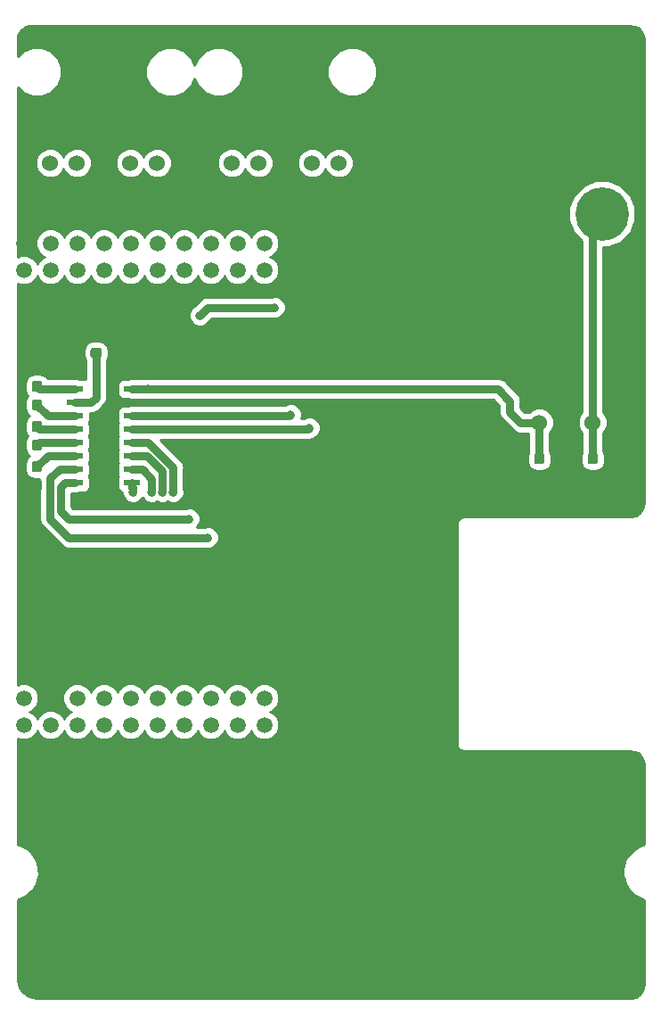
<source format=gbr>
G04 #@! TF.GenerationSoftware,KiCad,Pcbnew,(5.0.0)*
G04 #@! TF.CreationDate,2018-10-03T21:50:45-05:00*
G04 #@! TF.ProjectId,DriveBoard_Hardware,4472697665426F6172645F4861726477,rev?*
G04 #@! TF.SameCoordinates,Original*
G04 #@! TF.FileFunction,Copper,L1,Top,Signal*
G04 #@! TF.FilePolarity,Positive*
%FSLAX46Y46*%
G04 Gerber Fmt 4.6, Leading zero omitted, Abs format (unit mm)*
G04 Created by KiCad (PCBNEW (5.0.0)) date 10/03/18 21:50:45*
%MOMM*%
%LPD*%
G01*
G04 APERTURE LIST*
G04 #@! TA.AperFunction,Conductor*
%ADD10C,0.100000*%
G04 #@! TD*
G04 #@! TA.AperFunction,SMDPad,CuDef*
%ADD11C,0.950000*%
G04 #@! TD*
G04 #@! TA.AperFunction,ComponentPad*
%ADD12C,5.080000*%
G04 #@! TD*
G04 #@! TA.AperFunction,ComponentPad*
%ADD13C,1.524000*%
G04 #@! TD*
G04 #@! TA.AperFunction,ComponentPad*
%ADD14C,1.520000*%
G04 #@! TD*
G04 #@! TA.AperFunction,SMDPad,CuDef*
%ADD15R,1.500000X0.600000*%
G04 #@! TD*
G04 #@! TA.AperFunction,ViaPad*
%ADD16C,0.800000*%
G04 #@! TD*
G04 #@! TA.AperFunction,Conductor*
%ADD17C,0.762000*%
G04 #@! TD*
G04 #@! TA.AperFunction,Conductor*
%ADD18C,0.254000*%
G04 #@! TD*
G04 APERTURE END LIST*
D10*
G04 #@! TO.N,/+12V*
G04 #@! TO.C,C3*
G36*
X134880779Y-112139144D02*
X134903834Y-112142563D01*
X134926443Y-112148227D01*
X134948387Y-112156079D01*
X134969457Y-112166044D01*
X134989448Y-112178026D01*
X135008168Y-112191910D01*
X135025438Y-112207562D01*
X135041090Y-112224832D01*
X135054974Y-112243552D01*
X135066956Y-112263543D01*
X135076921Y-112284613D01*
X135084773Y-112306557D01*
X135090437Y-112329166D01*
X135093856Y-112352221D01*
X135095000Y-112375500D01*
X135095000Y-112950500D01*
X135093856Y-112973779D01*
X135090437Y-112996834D01*
X135084773Y-113019443D01*
X135076921Y-113041387D01*
X135066956Y-113062457D01*
X135054974Y-113082448D01*
X135041090Y-113101168D01*
X135025438Y-113118438D01*
X135008168Y-113134090D01*
X134989448Y-113147974D01*
X134969457Y-113159956D01*
X134948387Y-113169921D01*
X134926443Y-113177773D01*
X134903834Y-113183437D01*
X134880779Y-113186856D01*
X134857500Y-113188000D01*
X134382500Y-113188000D01*
X134359221Y-113186856D01*
X134336166Y-113183437D01*
X134313557Y-113177773D01*
X134291613Y-113169921D01*
X134270543Y-113159956D01*
X134250552Y-113147974D01*
X134231832Y-113134090D01*
X134214562Y-113118438D01*
X134198910Y-113101168D01*
X134185026Y-113082448D01*
X134173044Y-113062457D01*
X134163079Y-113041387D01*
X134155227Y-113019443D01*
X134149563Y-112996834D01*
X134146144Y-112973779D01*
X134145000Y-112950500D01*
X134145000Y-112375500D01*
X134146144Y-112352221D01*
X134149563Y-112329166D01*
X134155227Y-112306557D01*
X134163079Y-112284613D01*
X134173044Y-112263543D01*
X134185026Y-112243552D01*
X134198910Y-112224832D01*
X134214562Y-112207562D01*
X134231832Y-112191910D01*
X134250552Y-112178026D01*
X134270543Y-112166044D01*
X134291613Y-112156079D01*
X134313557Y-112148227D01*
X134336166Y-112142563D01*
X134359221Y-112139144D01*
X134382500Y-112138000D01*
X134857500Y-112138000D01*
X134880779Y-112139144D01*
X134880779Y-112139144D01*
G37*
D11*
G04 #@! TD*
G04 #@! TO.P,C3,1*
G04 #@! TO.N,/+12V*
X134620000Y-112663000D03*
D10*
G04 #@! TO.N,GND*
G04 #@! TO.C,C3*
G36*
X134880779Y-113889144D02*
X134903834Y-113892563D01*
X134926443Y-113898227D01*
X134948387Y-113906079D01*
X134969457Y-113916044D01*
X134989448Y-113928026D01*
X135008168Y-113941910D01*
X135025438Y-113957562D01*
X135041090Y-113974832D01*
X135054974Y-113993552D01*
X135066956Y-114013543D01*
X135076921Y-114034613D01*
X135084773Y-114056557D01*
X135090437Y-114079166D01*
X135093856Y-114102221D01*
X135095000Y-114125500D01*
X135095000Y-114700500D01*
X135093856Y-114723779D01*
X135090437Y-114746834D01*
X135084773Y-114769443D01*
X135076921Y-114791387D01*
X135066956Y-114812457D01*
X135054974Y-114832448D01*
X135041090Y-114851168D01*
X135025438Y-114868438D01*
X135008168Y-114884090D01*
X134989448Y-114897974D01*
X134969457Y-114909956D01*
X134948387Y-114919921D01*
X134926443Y-114927773D01*
X134903834Y-114933437D01*
X134880779Y-114936856D01*
X134857500Y-114938000D01*
X134382500Y-114938000D01*
X134359221Y-114936856D01*
X134336166Y-114933437D01*
X134313557Y-114927773D01*
X134291613Y-114919921D01*
X134270543Y-114909956D01*
X134250552Y-114897974D01*
X134231832Y-114884090D01*
X134214562Y-114868438D01*
X134198910Y-114851168D01*
X134185026Y-114832448D01*
X134173044Y-114812457D01*
X134163079Y-114791387D01*
X134155227Y-114769443D01*
X134149563Y-114746834D01*
X134146144Y-114723779D01*
X134145000Y-114700500D01*
X134145000Y-114125500D01*
X134146144Y-114102221D01*
X134149563Y-114079166D01*
X134155227Y-114056557D01*
X134163079Y-114034613D01*
X134173044Y-114013543D01*
X134185026Y-113993552D01*
X134198910Y-113974832D01*
X134214562Y-113957562D01*
X134231832Y-113941910D01*
X134250552Y-113928026D01*
X134270543Y-113916044D01*
X134291613Y-113906079D01*
X134313557Y-113898227D01*
X134336166Y-113892563D01*
X134359221Y-113889144D01*
X134382500Y-113888000D01*
X134857500Y-113888000D01*
X134880779Y-113889144D01*
X134880779Y-113889144D01*
G37*
D11*
G04 #@! TD*
G04 #@! TO.P,C3,2*
G04 #@! TO.N,GND*
X134620000Y-114413000D03*
D10*
G04 #@! TO.N,Net-(C1-Pad1)*
G04 #@! TO.C,C1*
G36*
X87714779Y-102142144D02*
X87737834Y-102145563D01*
X87760443Y-102151227D01*
X87782387Y-102159079D01*
X87803457Y-102169044D01*
X87823448Y-102181026D01*
X87842168Y-102194910D01*
X87859438Y-102210562D01*
X87875090Y-102227832D01*
X87888974Y-102246552D01*
X87900956Y-102266543D01*
X87910921Y-102287613D01*
X87918773Y-102309557D01*
X87924437Y-102332166D01*
X87927856Y-102355221D01*
X87929000Y-102378500D01*
X87929000Y-102853500D01*
X87927856Y-102876779D01*
X87924437Y-102899834D01*
X87918773Y-102922443D01*
X87910921Y-102944387D01*
X87900956Y-102965457D01*
X87888974Y-102985448D01*
X87875090Y-103004168D01*
X87859438Y-103021438D01*
X87842168Y-103037090D01*
X87823448Y-103050974D01*
X87803457Y-103062956D01*
X87782387Y-103072921D01*
X87760443Y-103080773D01*
X87737834Y-103086437D01*
X87714779Y-103089856D01*
X87691500Y-103091000D01*
X87116500Y-103091000D01*
X87093221Y-103089856D01*
X87070166Y-103086437D01*
X87047557Y-103080773D01*
X87025613Y-103072921D01*
X87004543Y-103062956D01*
X86984552Y-103050974D01*
X86965832Y-103037090D01*
X86948562Y-103021438D01*
X86932910Y-103004168D01*
X86919026Y-102985448D01*
X86907044Y-102965457D01*
X86897079Y-102944387D01*
X86889227Y-102922443D01*
X86883563Y-102899834D01*
X86880144Y-102876779D01*
X86879000Y-102853500D01*
X86879000Y-102378500D01*
X86880144Y-102355221D01*
X86883563Y-102332166D01*
X86889227Y-102309557D01*
X86897079Y-102287613D01*
X86907044Y-102266543D01*
X86919026Y-102246552D01*
X86932910Y-102227832D01*
X86948562Y-102210562D01*
X86965832Y-102194910D01*
X86984552Y-102181026D01*
X87004543Y-102169044D01*
X87025613Y-102159079D01*
X87047557Y-102151227D01*
X87070166Y-102145563D01*
X87093221Y-102142144D01*
X87116500Y-102141000D01*
X87691500Y-102141000D01*
X87714779Y-102142144D01*
X87714779Y-102142144D01*
G37*
D11*
G04 #@! TD*
G04 #@! TO.P,C1,1*
G04 #@! TO.N,Net-(C1-Pad1)*
X87404000Y-102616000D03*
D10*
G04 #@! TO.N,GND*
G04 #@! TO.C,C1*
G36*
X89464779Y-102142144D02*
X89487834Y-102145563D01*
X89510443Y-102151227D01*
X89532387Y-102159079D01*
X89553457Y-102169044D01*
X89573448Y-102181026D01*
X89592168Y-102194910D01*
X89609438Y-102210562D01*
X89625090Y-102227832D01*
X89638974Y-102246552D01*
X89650956Y-102266543D01*
X89660921Y-102287613D01*
X89668773Y-102309557D01*
X89674437Y-102332166D01*
X89677856Y-102355221D01*
X89679000Y-102378500D01*
X89679000Y-102853500D01*
X89677856Y-102876779D01*
X89674437Y-102899834D01*
X89668773Y-102922443D01*
X89660921Y-102944387D01*
X89650956Y-102965457D01*
X89638974Y-102985448D01*
X89625090Y-103004168D01*
X89609438Y-103021438D01*
X89592168Y-103037090D01*
X89573448Y-103050974D01*
X89553457Y-103062956D01*
X89532387Y-103072921D01*
X89510443Y-103080773D01*
X89487834Y-103086437D01*
X89464779Y-103089856D01*
X89441500Y-103091000D01*
X88866500Y-103091000D01*
X88843221Y-103089856D01*
X88820166Y-103086437D01*
X88797557Y-103080773D01*
X88775613Y-103072921D01*
X88754543Y-103062956D01*
X88734552Y-103050974D01*
X88715832Y-103037090D01*
X88698562Y-103021438D01*
X88682910Y-103004168D01*
X88669026Y-102985448D01*
X88657044Y-102965457D01*
X88647079Y-102944387D01*
X88639227Y-102922443D01*
X88633563Y-102899834D01*
X88630144Y-102876779D01*
X88629000Y-102853500D01*
X88629000Y-102378500D01*
X88630144Y-102355221D01*
X88633563Y-102332166D01*
X88639227Y-102309557D01*
X88647079Y-102287613D01*
X88657044Y-102266543D01*
X88669026Y-102246552D01*
X88682910Y-102227832D01*
X88698562Y-102210562D01*
X88715832Y-102194910D01*
X88734552Y-102181026D01*
X88754543Y-102169044D01*
X88775613Y-102159079D01*
X88797557Y-102151227D01*
X88820166Y-102145563D01*
X88843221Y-102142144D01*
X88866500Y-102141000D01*
X89441500Y-102141000D01*
X89464779Y-102142144D01*
X89464779Y-102142144D01*
G37*
D11*
G04 #@! TD*
G04 #@! TO.P,C1,2*
G04 #@! TO.N,GND*
X89154000Y-102616000D03*
D10*
G04 #@! TO.N,GND*
G04 #@! TO.C,C2*
G36*
X82048779Y-114651144D02*
X82071834Y-114654563D01*
X82094443Y-114660227D01*
X82116387Y-114668079D01*
X82137457Y-114678044D01*
X82157448Y-114690026D01*
X82176168Y-114703910D01*
X82193438Y-114719562D01*
X82209090Y-114736832D01*
X82222974Y-114755552D01*
X82234956Y-114775543D01*
X82244921Y-114796613D01*
X82252773Y-114818557D01*
X82258437Y-114841166D01*
X82261856Y-114864221D01*
X82263000Y-114887500D01*
X82263000Y-115462500D01*
X82261856Y-115485779D01*
X82258437Y-115508834D01*
X82252773Y-115531443D01*
X82244921Y-115553387D01*
X82234956Y-115574457D01*
X82222974Y-115594448D01*
X82209090Y-115613168D01*
X82193438Y-115630438D01*
X82176168Y-115646090D01*
X82157448Y-115659974D01*
X82137457Y-115671956D01*
X82116387Y-115681921D01*
X82094443Y-115689773D01*
X82071834Y-115695437D01*
X82048779Y-115698856D01*
X82025500Y-115700000D01*
X81550500Y-115700000D01*
X81527221Y-115698856D01*
X81504166Y-115695437D01*
X81481557Y-115689773D01*
X81459613Y-115681921D01*
X81438543Y-115671956D01*
X81418552Y-115659974D01*
X81399832Y-115646090D01*
X81382562Y-115630438D01*
X81366910Y-115613168D01*
X81353026Y-115594448D01*
X81341044Y-115574457D01*
X81331079Y-115553387D01*
X81323227Y-115531443D01*
X81317563Y-115508834D01*
X81314144Y-115485779D01*
X81313000Y-115462500D01*
X81313000Y-114887500D01*
X81314144Y-114864221D01*
X81317563Y-114841166D01*
X81323227Y-114818557D01*
X81331079Y-114796613D01*
X81341044Y-114775543D01*
X81353026Y-114755552D01*
X81366910Y-114736832D01*
X81382562Y-114719562D01*
X81399832Y-114703910D01*
X81418552Y-114690026D01*
X81438543Y-114678044D01*
X81459613Y-114668079D01*
X81481557Y-114660227D01*
X81504166Y-114654563D01*
X81527221Y-114651144D01*
X81550500Y-114650000D01*
X82025500Y-114650000D01*
X82048779Y-114651144D01*
X82048779Y-114651144D01*
G37*
D11*
G04 #@! TD*
G04 #@! TO.P,C2,2*
G04 #@! TO.N,GND*
X81788000Y-115175000D03*
D10*
G04 #@! TO.N,Net-(C2-Pad1)*
G04 #@! TO.C,C2*
G36*
X82048779Y-112901144D02*
X82071834Y-112904563D01*
X82094443Y-112910227D01*
X82116387Y-112918079D01*
X82137457Y-112928044D01*
X82157448Y-112940026D01*
X82176168Y-112953910D01*
X82193438Y-112969562D01*
X82209090Y-112986832D01*
X82222974Y-113005552D01*
X82234956Y-113025543D01*
X82244921Y-113046613D01*
X82252773Y-113068557D01*
X82258437Y-113091166D01*
X82261856Y-113114221D01*
X82263000Y-113137500D01*
X82263000Y-113712500D01*
X82261856Y-113735779D01*
X82258437Y-113758834D01*
X82252773Y-113781443D01*
X82244921Y-113803387D01*
X82234956Y-113824457D01*
X82222974Y-113844448D01*
X82209090Y-113863168D01*
X82193438Y-113880438D01*
X82176168Y-113896090D01*
X82157448Y-113909974D01*
X82137457Y-113921956D01*
X82116387Y-113931921D01*
X82094443Y-113939773D01*
X82071834Y-113945437D01*
X82048779Y-113948856D01*
X82025500Y-113950000D01*
X81550500Y-113950000D01*
X81527221Y-113948856D01*
X81504166Y-113945437D01*
X81481557Y-113939773D01*
X81459613Y-113931921D01*
X81438543Y-113921956D01*
X81418552Y-113909974D01*
X81399832Y-113896090D01*
X81382562Y-113880438D01*
X81366910Y-113863168D01*
X81353026Y-113844448D01*
X81341044Y-113824457D01*
X81331079Y-113803387D01*
X81323227Y-113781443D01*
X81317563Y-113758834D01*
X81314144Y-113735779D01*
X81313000Y-113712500D01*
X81313000Y-113137500D01*
X81314144Y-113114221D01*
X81317563Y-113091166D01*
X81323227Y-113068557D01*
X81331079Y-113046613D01*
X81341044Y-113025543D01*
X81353026Y-113005552D01*
X81366910Y-112986832D01*
X81382562Y-112969562D01*
X81399832Y-112953910D01*
X81418552Y-112940026D01*
X81438543Y-112928044D01*
X81459613Y-112918079D01*
X81481557Y-112910227D01*
X81504166Y-112904563D01*
X81527221Y-112901144D01*
X81550500Y-112900000D01*
X82025500Y-112900000D01*
X82048779Y-112901144D01*
X82048779Y-112901144D01*
G37*
D11*
G04 #@! TD*
G04 #@! TO.P,C2,1*
G04 #@! TO.N,Net-(C2-Pad1)*
X81788000Y-113425000D03*
D10*
G04 #@! TO.N,Net-(C4-Pad1)*
G04 #@! TO.C,C4*
G36*
X82048779Y-105281144D02*
X82071834Y-105284563D01*
X82094443Y-105290227D01*
X82116387Y-105298079D01*
X82137457Y-105308044D01*
X82157448Y-105320026D01*
X82176168Y-105333910D01*
X82193438Y-105349562D01*
X82209090Y-105366832D01*
X82222974Y-105385552D01*
X82234956Y-105405543D01*
X82244921Y-105426613D01*
X82252773Y-105448557D01*
X82258437Y-105471166D01*
X82261856Y-105494221D01*
X82263000Y-105517500D01*
X82263000Y-106092500D01*
X82261856Y-106115779D01*
X82258437Y-106138834D01*
X82252773Y-106161443D01*
X82244921Y-106183387D01*
X82234956Y-106204457D01*
X82222974Y-106224448D01*
X82209090Y-106243168D01*
X82193438Y-106260438D01*
X82176168Y-106276090D01*
X82157448Y-106289974D01*
X82137457Y-106301956D01*
X82116387Y-106311921D01*
X82094443Y-106319773D01*
X82071834Y-106325437D01*
X82048779Y-106328856D01*
X82025500Y-106330000D01*
X81550500Y-106330000D01*
X81527221Y-106328856D01*
X81504166Y-106325437D01*
X81481557Y-106319773D01*
X81459613Y-106311921D01*
X81438543Y-106301956D01*
X81418552Y-106289974D01*
X81399832Y-106276090D01*
X81382562Y-106260438D01*
X81366910Y-106243168D01*
X81353026Y-106224448D01*
X81341044Y-106204457D01*
X81331079Y-106183387D01*
X81323227Y-106161443D01*
X81317563Y-106138834D01*
X81314144Y-106115779D01*
X81313000Y-106092500D01*
X81313000Y-105517500D01*
X81314144Y-105494221D01*
X81317563Y-105471166D01*
X81323227Y-105448557D01*
X81331079Y-105426613D01*
X81341044Y-105405543D01*
X81353026Y-105385552D01*
X81366910Y-105366832D01*
X81382562Y-105349562D01*
X81399832Y-105333910D01*
X81418552Y-105320026D01*
X81438543Y-105308044D01*
X81459613Y-105298079D01*
X81481557Y-105290227D01*
X81504166Y-105284563D01*
X81527221Y-105281144D01*
X81550500Y-105280000D01*
X82025500Y-105280000D01*
X82048779Y-105281144D01*
X82048779Y-105281144D01*
G37*
D11*
G04 #@! TD*
G04 #@! TO.P,C4,1*
G04 #@! TO.N,Net-(C4-Pad1)*
X81788000Y-105805000D03*
D10*
G04 #@! TO.N,Net-(C4-Pad2)*
G04 #@! TO.C,C4*
G36*
X82048779Y-107031144D02*
X82071834Y-107034563D01*
X82094443Y-107040227D01*
X82116387Y-107048079D01*
X82137457Y-107058044D01*
X82157448Y-107070026D01*
X82176168Y-107083910D01*
X82193438Y-107099562D01*
X82209090Y-107116832D01*
X82222974Y-107135552D01*
X82234956Y-107155543D01*
X82244921Y-107176613D01*
X82252773Y-107198557D01*
X82258437Y-107221166D01*
X82261856Y-107244221D01*
X82263000Y-107267500D01*
X82263000Y-107842500D01*
X82261856Y-107865779D01*
X82258437Y-107888834D01*
X82252773Y-107911443D01*
X82244921Y-107933387D01*
X82234956Y-107954457D01*
X82222974Y-107974448D01*
X82209090Y-107993168D01*
X82193438Y-108010438D01*
X82176168Y-108026090D01*
X82157448Y-108039974D01*
X82137457Y-108051956D01*
X82116387Y-108061921D01*
X82094443Y-108069773D01*
X82071834Y-108075437D01*
X82048779Y-108078856D01*
X82025500Y-108080000D01*
X81550500Y-108080000D01*
X81527221Y-108078856D01*
X81504166Y-108075437D01*
X81481557Y-108069773D01*
X81459613Y-108061921D01*
X81438543Y-108051956D01*
X81418552Y-108039974D01*
X81399832Y-108026090D01*
X81382562Y-108010438D01*
X81366910Y-107993168D01*
X81353026Y-107974448D01*
X81341044Y-107954457D01*
X81331079Y-107933387D01*
X81323227Y-107911443D01*
X81317563Y-107888834D01*
X81314144Y-107865779D01*
X81313000Y-107842500D01*
X81313000Y-107267500D01*
X81314144Y-107244221D01*
X81317563Y-107221166D01*
X81323227Y-107198557D01*
X81331079Y-107176613D01*
X81341044Y-107155543D01*
X81353026Y-107135552D01*
X81366910Y-107116832D01*
X81382562Y-107099562D01*
X81399832Y-107083910D01*
X81418552Y-107070026D01*
X81438543Y-107058044D01*
X81459613Y-107048079D01*
X81481557Y-107040227D01*
X81504166Y-107034563D01*
X81527221Y-107031144D01*
X81550500Y-107030000D01*
X82025500Y-107030000D01*
X82048779Y-107031144D01*
X82048779Y-107031144D01*
G37*
D11*
G04 #@! TD*
G04 #@! TO.P,C4,2*
G04 #@! TO.N,Net-(C4-Pad2)*
X81788000Y-107555000D03*
D10*
G04 #@! TO.N,Net-(C5-Pad2)*
G04 #@! TO.C,C5*
G36*
X82048779Y-110841144D02*
X82071834Y-110844563D01*
X82094443Y-110850227D01*
X82116387Y-110858079D01*
X82137457Y-110868044D01*
X82157448Y-110880026D01*
X82176168Y-110893910D01*
X82193438Y-110909562D01*
X82209090Y-110926832D01*
X82222974Y-110945552D01*
X82234956Y-110965543D01*
X82244921Y-110986613D01*
X82252773Y-111008557D01*
X82258437Y-111031166D01*
X82261856Y-111054221D01*
X82263000Y-111077500D01*
X82263000Y-111652500D01*
X82261856Y-111675779D01*
X82258437Y-111698834D01*
X82252773Y-111721443D01*
X82244921Y-111743387D01*
X82234956Y-111764457D01*
X82222974Y-111784448D01*
X82209090Y-111803168D01*
X82193438Y-111820438D01*
X82176168Y-111836090D01*
X82157448Y-111849974D01*
X82137457Y-111861956D01*
X82116387Y-111871921D01*
X82094443Y-111879773D01*
X82071834Y-111885437D01*
X82048779Y-111888856D01*
X82025500Y-111890000D01*
X81550500Y-111890000D01*
X81527221Y-111888856D01*
X81504166Y-111885437D01*
X81481557Y-111879773D01*
X81459613Y-111871921D01*
X81438543Y-111861956D01*
X81418552Y-111849974D01*
X81399832Y-111836090D01*
X81382562Y-111820438D01*
X81366910Y-111803168D01*
X81353026Y-111784448D01*
X81341044Y-111764457D01*
X81331079Y-111743387D01*
X81323227Y-111721443D01*
X81317563Y-111698834D01*
X81314144Y-111675779D01*
X81313000Y-111652500D01*
X81313000Y-111077500D01*
X81314144Y-111054221D01*
X81317563Y-111031166D01*
X81323227Y-111008557D01*
X81331079Y-110986613D01*
X81341044Y-110965543D01*
X81353026Y-110945552D01*
X81366910Y-110926832D01*
X81382562Y-110909562D01*
X81399832Y-110893910D01*
X81418552Y-110880026D01*
X81438543Y-110868044D01*
X81459613Y-110858079D01*
X81481557Y-110850227D01*
X81504166Y-110844563D01*
X81527221Y-110841144D01*
X81550500Y-110840000D01*
X82025500Y-110840000D01*
X82048779Y-110841144D01*
X82048779Y-110841144D01*
G37*
D11*
G04 #@! TD*
G04 #@! TO.P,C5,2*
G04 #@! TO.N,Net-(C5-Pad2)*
X81788000Y-111365000D03*
D10*
G04 #@! TO.N,Net-(C5-Pad1)*
G04 #@! TO.C,C5*
G36*
X82048779Y-109091144D02*
X82071834Y-109094563D01*
X82094443Y-109100227D01*
X82116387Y-109108079D01*
X82137457Y-109118044D01*
X82157448Y-109130026D01*
X82176168Y-109143910D01*
X82193438Y-109159562D01*
X82209090Y-109176832D01*
X82222974Y-109195552D01*
X82234956Y-109215543D01*
X82244921Y-109236613D01*
X82252773Y-109258557D01*
X82258437Y-109281166D01*
X82261856Y-109304221D01*
X82263000Y-109327500D01*
X82263000Y-109902500D01*
X82261856Y-109925779D01*
X82258437Y-109948834D01*
X82252773Y-109971443D01*
X82244921Y-109993387D01*
X82234956Y-110014457D01*
X82222974Y-110034448D01*
X82209090Y-110053168D01*
X82193438Y-110070438D01*
X82176168Y-110086090D01*
X82157448Y-110099974D01*
X82137457Y-110111956D01*
X82116387Y-110121921D01*
X82094443Y-110129773D01*
X82071834Y-110135437D01*
X82048779Y-110138856D01*
X82025500Y-110140000D01*
X81550500Y-110140000D01*
X81527221Y-110138856D01*
X81504166Y-110135437D01*
X81481557Y-110129773D01*
X81459613Y-110121921D01*
X81438543Y-110111956D01*
X81418552Y-110099974D01*
X81399832Y-110086090D01*
X81382562Y-110070438D01*
X81366910Y-110053168D01*
X81353026Y-110034448D01*
X81341044Y-110014457D01*
X81331079Y-109993387D01*
X81323227Y-109971443D01*
X81317563Y-109948834D01*
X81314144Y-109925779D01*
X81313000Y-109902500D01*
X81313000Y-109327500D01*
X81314144Y-109304221D01*
X81317563Y-109281166D01*
X81323227Y-109258557D01*
X81331079Y-109236613D01*
X81341044Y-109215543D01*
X81353026Y-109195552D01*
X81366910Y-109176832D01*
X81382562Y-109159562D01*
X81399832Y-109143910D01*
X81418552Y-109130026D01*
X81438543Y-109118044D01*
X81459613Y-109108079D01*
X81481557Y-109100227D01*
X81504166Y-109094563D01*
X81527221Y-109091144D01*
X81550500Y-109090000D01*
X82025500Y-109090000D01*
X82048779Y-109091144D01*
X82048779Y-109091144D01*
G37*
D11*
G04 #@! TD*
G04 #@! TO.P,C5,1*
G04 #@! TO.N,Net-(C5-Pad1)*
X81788000Y-109615000D03*
D10*
G04 #@! TO.N,GND*
G04 #@! TO.C,C6*
G36*
X129800779Y-113889144D02*
X129823834Y-113892563D01*
X129846443Y-113898227D01*
X129868387Y-113906079D01*
X129889457Y-113916044D01*
X129909448Y-113928026D01*
X129928168Y-113941910D01*
X129945438Y-113957562D01*
X129961090Y-113974832D01*
X129974974Y-113993552D01*
X129986956Y-114013543D01*
X129996921Y-114034613D01*
X130004773Y-114056557D01*
X130010437Y-114079166D01*
X130013856Y-114102221D01*
X130015000Y-114125500D01*
X130015000Y-114700500D01*
X130013856Y-114723779D01*
X130010437Y-114746834D01*
X130004773Y-114769443D01*
X129996921Y-114791387D01*
X129986956Y-114812457D01*
X129974974Y-114832448D01*
X129961090Y-114851168D01*
X129945438Y-114868438D01*
X129928168Y-114884090D01*
X129909448Y-114897974D01*
X129889457Y-114909956D01*
X129868387Y-114919921D01*
X129846443Y-114927773D01*
X129823834Y-114933437D01*
X129800779Y-114936856D01*
X129777500Y-114938000D01*
X129302500Y-114938000D01*
X129279221Y-114936856D01*
X129256166Y-114933437D01*
X129233557Y-114927773D01*
X129211613Y-114919921D01*
X129190543Y-114909956D01*
X129170552Y-114897974D01*
X129151832Y-114884090D01*
X129134562Y-114868438D01*
X129118910Y-114851168D01*
X129105026Y-114832448D01*
X129093044Y-114812457D01*
X129083079Y-114791387D01*
X129075227Y-114769443D01*
X129069563Y-114746834D01*
X129066144Y-114723779D01*
X129065000Y-114700500D01*
X129065000Y-114125500D01*
X129066144Y-114102221D01*
X129069563Y-114079166D01*
X129075227Y-114056557D01*
X129083079Y-114034613D01*
X129093044Y-114013543D01*
X129105026Y-113993552D01*
X129118910Y-113974832D01*
X129134562Y-113957562D01*
X129151832Y-113941910D01*
X129170552Y-113928026D01*
X129190543Y-113916044D01*
X129211613Y-113906079D01*
X129233557Y-113898227D01*
X129256166Y-113892563D01*
X129279221Y-113889144D01*
X129302500Y-113888000D01*
X129777500Y-113888000D01*
X129800779Y-113889144D01*
X129800779Y-113889144D01*
G37*
D11*
G04 #@! TD*
G04 #@! TO.P,C6,2*
G04 #@! TO.N,GND*
X129540000Y-114413000D03*
D10*
G04 #@! TO.N,+5V*
G04 #@! TO.C,C6*
G36*
X129800779Y-112139144D02*
X129823834Y-112142563D01*
X129846443Y-112148227D01*
X129868387Y-112156079D01*
X129889457Y-112166044D01*
X129909448Y-112178026D01*
X129928168Y-112191910D01*
X129945438Y-112207562D01*
X129961090Y-112224832D01*
X129974974Y-112243552D01*
X129986956Y-112263543D01*
X129996921Y-112284613D01*
X130004773Y-112306557D01*
X130010437Y-112329166D01*
X130013856Y-112352221D01*
X130015000Y-112375500D01*
X130015000Y-112950500D01*
X130013856Y-112973779D01*
X130010437Y-112996834D01*
X130004773Y-113019443D01*
X129996921Y-113041387D01*
X129986956Y-113062457D01*
X129974974Y-113082448D01*
X129961090Y-113101168D01*
X129945438Y-113118438D01*
X129928168Y-113134090D01*
X129909448Y-113147974D01*
X129889457Y-113159956D01*
X129868387Y-113169921D01*
X129846443Y-113177773D01*
X129823834Y-113183437D01*
X129800779Y-113186856D01*
X129777500Y-113188000D01*
X129302500Y-113188000D01*
X129279221Y-113186856D01*
X129256166Y-113183437D01*
X129233557Y-113177773D01*
X129211613Y-113169921D01*
X129190543Y-113159956D01*
X129170552Y-113147974D01*
X129151832Y-113134090D01*
X129134562Y-113118438D01*
X129118910Y-113101168D01*
X129105026Y-113082448D01*
X129093044Y-113062457D01*
X129083079Y-113041387D01*
X129075227Y-113019443D01*
X129069563Y-112996834D01*
X129066144Y-112973779D01*
X129065000Y-112950500D01*
X129065000Y-112375500D01*
X129066144Y-112352221D01*
X129069563Y-112329166D01*
X129075227Y-112306557D01*
X129083079Y-112284613D01*
X129093044Y-112263543D01*
X129105026Y-112243552D01*
X129118910Y-112224832D01*
X129134562Y-112207562D01*
X129151832Y-112191910D01*
X129170552Y-112178026D01*
X129190543Y-112166044D01*
X129211613Y-112156079D01*
X129233557Y-112148227D01*
X129256166Y-112142563D01*
X129279221Y-112139144D01*
X129302500Y-112138000D01*
X129777500Y-112138000D01*
X129800779Y-112139144D01*
X129800779Y-112139144D01*
G37*
D11*
G04 #@! TD*
G04 #@! TO.P,C6,1*
G04 #@! TO.N,+5V*
X129540000Y-112663000D03*
D12*
G04 #@! TO.P,Conn1,2*
G04 #@! TO.N,/+12V*
X135508000Y-89433400D03*
G04 #@! TO.P,Conn1,1*
G04 #@! TO.N,GND*
X127507000Y-89433400D03*
G04 #@! TD*
D13*
G04 #@! TO.P,Conn2,1*
G04 #@! TO.N,Net-(Conn2-Pad1)*
X100330000Y-84582000D03*
G04 #@! TO.P,Conn2,2*
G04 #@! TO.N,Net-(Conn2-Pad2)*
X102870000Y-84582000D03*
G04 #@! TO.P,Conn2,3*
G04 #@! TO.N,GND*
X105410000Y-84582000D03*
G04 #@! TO.P,Conn2,4*
G04 #@! TO.N,TX_1_SL*
X107950000Y-84582000D03*
G04 #@! TO.P,Conn2,5*
G04 #@! TO.N,RX_1_SL*
X110490000Y-84582000D03*
G04 #@! TD*
G04 #@! TO.P,Conn3,5*
G04 #@! TO.N,RX_2_SL*
X93218000Y-84582000D03*
G04 #@! TO.P,Conn3,4*
G04 #@! TO.N,TX_2_SL*
X90678000Y-84582000D03*
G04 #@! TO.P,Conn3,3*
G04 #@! TO.N,GND*
X88138000Y-84582000D03*
G04 #@! TO.P,Conn3,2*
G04 #@! TO.N,Net-(Conn3-Pad2)*
X85598000Y-84582000D03*
G04 #@! TO.P,Conn3,1*
G04 #@! TO.N,Net-(Conn3-Pad1)*
X83058000Y-84582000D03*
G04 #@! TD*
D14*
G04 #@! TO.P,U1,+3V3*
G04 #@! TO.N,Net-(U1-Pad+3V3)*
X80543001Y-137921001D03*
G04 #@! TO.P,U1,PM6*
G04 #@! TO.N,Net-(U1-PadPM6)*
X103403001Y-92201001D03*
G04 #@! TO.P,U1,PQ1*
G04 #@! TO.N,Net-(U1-PadPQ1)*
X100863001Y-92201001D03*
G04 #@! TO.P,U1,PQ2*
G04 #@! TO.N,Net-(U1-PadPQ2)*
X93243001Y-92201001D03*
G04 #@! TO.P,U1,PK0*
G04 #@! TO.N,RX_2_IC*
X90703001Y-135381001D03*
G04 #@! TO.P,U1,PQ3*
G04 #@! TO.N,Net-(U1-PadPQ3)*
X95783001Y-92201001D03*
G04 #@! TO.P,U1,PP3*
G04 #@! TO.N,Net-(U1-PadPP3)*
X98323001Y-92201001D03*
G04 #@! TO.P,U1,PQ0*
G04 #@! TO.N,Net-(U1-PadPQ0)*
X95783001Y-137921001D03*
G04 #@! TO.P,U1,PA4*
G04 #@! TO.N,Net-(U1-PadPA4)*
X100863001Y-135381001D03*
G04 #@! TO.P,U1,Rese*
G04 #@! TO.N,Net-(U1-PadRese)*
X90703001Y-92201001D03*
G04 #@! TO.P,U1,PA7*
G04 #@! TO.N,Net-(U1-PadPA7)*
X88163001Y-92201001D03*
G04 #@! TO.P,U1,PN5*
G04 #@! TO.N,Net-(U1-PadPN5)*
X100863001Y-137921001D03*
G04 #@! TO.P,U1,PK2*
G04 #@! TO.N,Net-(U1-PadPK2)*
X95783001Y-135381001D03*
G04 #@! TO.P,U1,PK1*
G04 #@! TO.N,TX_2_IC*
X93243001Y-135381001D03*
G04 #@! TO.P,U1,+5V*
G04 #@! TO.N,+5V*
X80543001Y-135381001D03*
G04 #@! TO.P,U1,GND*
G04 #@! TO.N,GND*
X83083001Y-135381001D03*
G04 #@! TO.P,U1,PB4*
G04 #@! TO.N,Net-(U1-PadPB4)*
X85623001Y-135381001D03*
G04 #@! TO.P,U1,PB5*
G04 #@! TO.N,Net-(U1-PadPB5)*
X88163001Y-135381001D03*
G04 #@! TO.P,U1,PK3*
G04 #@! TO.N,Net-(U1-PadPK3)*
X98323001Y-135381001D03*
G04 #@! TO.P,U1,PA5*
G04 #@! TO.N,Net-(U1-PadPA5)*
X103403001Y-135381001D03*
G04 #@! TO.P,U1,PD2*
G04 #@! TO.N,Net-(U1-PadPD2)*
X83083001Y-137921001D03*
G04 #@! TO.P,U1,PP0*
G04 #@! TO.N,RX_1_IC*
X85623001Y-137921001D03*
G04 #@! TO.P,U1,PP1*
G04 #@! TO.N,TX_1_IC*
X88163001Y-137921001D03*
G04 #@! TO.P,U1,PD4*
G04 #@! TO.N,Net-(U1-PadPD4)*
X90703001Y-137921001D03*
G04 #@! TO.P,U1,PD5*
G04 #@! TO.N,Net-(U1-PadPD5)*
X93243001Y-137921001D03*
G04 #@! TO.P,U1,PP4*
G04 #@! TO.N,Net-(U1-PadPP4)*
X98323001Y-137921001D03*
G04 #@! TO.P,U1,PN4*
G04 #@! TO.N,Net-(U1-PadPN4)*
X103403001Y-137921001D03*
G04 #@! TO.P,U1,PG1*
G04 #@! TO.N,Net-(U1-PadPG1)*
X80543001Y-94741001D03*
G04 #@! TO.P,U1,PK4*
G04 #@! TO.N,Net-(U1-PadPK4)*
X83083001Y-94741001D03*
G04 #@! TO.P,U1,PK5*
G04 #@! TO.N,Net-(U1-PadPK5)*
X85623001Y-94741001D03*
G04 #@! TO.P,U1,PM0*
G04 #@! TO.N,Net-(U1-PadPM0)*
X88163001Y-94741001D03*
G04 #@! TO.P,U1,PM1*
G04 #@! TO.N,Net-(U1-PadPM1)*
X90703001Y-94741001D03*
G04 #@! TO.P,U1,PM2*
G04 #@! TO.N,Net-(U1-PadPM2)*
X93243001Y-94741001D03*
G04 #@! TO.P,U1,PH0*
G04 #@! TO.N,Net-(U1-PadPH0)*
X95783001Y-94741001D03*
G04 #@! TO.P,U1,PH1*
G04 #@! TO.N,Net-(U1-PadPH1)*
X98323001Y-94741001D03*
G04 #@! TO.P,U1,PK6*
G04 #@! TO.N,Net-(U1-PadPK6)*
X100863001Y-94741001D03*
G04 #@! TO.P,U1,PK7*
G04 #@! TO.N,Net-(U1-PadPK7)*
X103403001Y-94741001D03*
G04 #@! TO.P,U1,GND*
G04 #@! TO.N,GND*
X80543001Y-92201001D03*
G04 #@! TO.P,U1,PM7*
G04 #@! TO.N,Net-(U1-PadPM7)*
X83083001Y-92201001D03*
G04 #@! TO.P,U1,PP5*
G04 #@! TO.N,Net-(U1-PadPP5)*
X85623001Y-92201001D03*
G04 #@! TD*
D15*
G04 #@! TO.P,U2,1*
G04 #@! TO.N,Net-(C4-Pad1)*
X85438000Y-106045000D03*
G04 #@! TO.P,U2,2*
G04 #@! TO.N,Net-(C1-Pad1)*
X85438000Y-107315000D03*
G04 #@! TO.P,U2,3*
G04 #@! TO.N,Net-(C4-Pad2)*
X85438000Y-108585000D03*
G04 #@! TO.P,U2,4*
G04 #@! TO.N,Net-(C5-Pad1)*
X85438000Y-109855000D03*
G04 #@! TO.P,U2,5*
G04 #@! TO.N,Net-(C5-Pad2)*
X85438000Y-111125000D03*
G04 #@! TO.P,U2,6*
G04 #@! TO.N,Net-(C2-Pad1)*
X85438000Y-112395000D03*
G04 #@! TO.P,U2,7*
G04 #@! TO.N,TX_2_SL*
X85438000Y-113665000D03*
G04 #@! TO.P,U2,8*
G04 #@! TO.N,RX_2_SL*
X85438000Y-114935000D03*
G04 #@! TO.P,U2,9*
G04 #@! TO.N,RX_2_IC*
X90838000Y-114935000D03*
G04 #@! TO.P,U2,10*
G04 #@! TO.N,TX_2_IC*
X90838000Y-113665000D03*
G04 #@! TO.P,U2,11*
G04 #@! TO.N,TX_1_IC*
X90838000Y-112395000D03*
G04 #@! TO.P,U2,12*
G04 #@! TO.N,RX_1_IC*
X90838000Y-111125000D03*
G04 #@! TO.P,U2,13*
G04 #@! TO.N,RX_1_SL*
X90838000Y-109855000D03*
G04 #@! TO.P,U2,14*
G04 #@! TO.N,TX_1_SL*
X90838000Y-108585000D03*
G04 #@! TO.P,U2,15*
G04 #@! TO.N,GND*
X90838000Y-107315000D03*
G04 #@! TO.P,U2,16*
G04 #@! TO.N,+5V*
X90838000Y-106045000D03*
G04 #@! TD*
D13*
G04 #@! TO.P,U3,1*
G04 #@! TO.N,/+12V*
X134620000Y-109220000D03*
G04 #@! TO.P,U3,2*
G04 #@! TO.N,GND*
X132080000Y-109220000D03*
G04 #@! TO.P,U3,3*
G04 #@! TO.N,+5V*
X129540000Y-109220000D03*
G04 #@! TD*
D16*
G04 #@! TO.N,+5V*
X92350000Y-106045000D03*
G04 #@! TO.N,TX_1_SL*
X105918000Y-108458000D03*
G04 #@! TO.N,RX_1_SL*
X107696000Y-109728000D03*
G04 #@! TO.N,RX_2_SL*
X97282000Y-99060000D03*
X96266000Y-118364000D03*
X104394000Y-98298000D03*
G04 #@! TO.N,TX_2_SL*
X98044000Y-120142000D03*
G04 #@! TO.N,RX_2_IC*
X90932000Y-115824000D03*
G04 #@! TO.N,TX_2_IC*
X92710000Y-115824000D03*
G04 #@! TO.N,RX_1_IC*
X94742000Y-115824000D03*
G04 #@! TO.N,TX_1_IC*
X93726000Y-115824000D03*
G04 #@! TD*
D17*
G04 #@! TO.N,GND*
X81788000Y-115175000D02*
X81788000Y-115316000D01*
G04 #@! TO.N,Net-(C1-Pad1)*
X87404000Y-103886000D02*
X87404000Y-102616000D01*
X87404000Y-106861000D02*
X87404000Y-103886000D01*
X85438000Y-107315000D02*
X86950000Y-107315000D01*
X86950000Y-107315000D02*
X87404000Y-106861000D01*
G04 #@! TO.N,Net-(C2-Pad1)*
X82818000Y-112395000D02*
X81788000Y-113425000D01*
X85438000Y-112395000D02*
X82818000Y-112395000D01*
G04 #@! TO.N,/+12V*
X134620000Y-90170000D02*
X135636000Y-89154000D01*
X134620000Y-109220000D02*
X134620000Y-90170000D01*
X134620000Y-112663000D02*
X134620000Y-109220000D01*
G04 #@! TO.N,Net-(C4-Pad2)*
X82818000Y-108585000D02*
X81788000Y-107555000D01*
X85438000Y-108585000D02*
X82818000Y-108585000D01*
G04 #@! TO.N,Net-(C4-Pad1)*
X82028000Y-106045000D02*
X81788000Y-105805000D01*
X85438000Y-106045000D02*
X82028000Y-106045000D01*
G04 #@! TO.N,Net-(C5-Pad1)*
X82028000Y-109855000D02*
X81788000Y-109615000D01*
X85438000Y-109855000D02*
X82028000Y-109855000D01*
G04 #@! TO.N,Net-(C5-Pad2)*
X82028000Y-111125000D02*
X81788000Y-111365000D01*
X85438000Y-111125000D02*
X82028000Y-111125000D01*
G04 #@! TO.N,+5V*
X90838000Y-106045000D02*
X92350000Y-106045000D01*
X92350000Y-106045000D02*
X92350000Y-106045000D01*
X127762000Y-109220000D02*
X127762000Y-109220000D01*
X127762000Y-109220000D02*
X127762000Y-109220000D01*
X92915685Y-106045000D02*
X92350000Y-106045000D01*
X125603000Y-106045000D02*
X125476000Y-106045000D01*
X126746000Y-107188000D02*
X125603000Y-106045000D01*
X126746000Y-108204000D02*
X126746000Y-107188000D01*
X127762000Y-109220000D02*
X126746000Y-108204000D01*
X129540000Y-109220000D02*
X127762000Y-109220000D01*
X125476000Y-106045000D02*
X92915685Y-106045000D01*
X129540000Y-109220000D02*
X129540000Y-112663000D01*
G04 #@! TO.N,TX_1_SL*
X105791000Y-108585000D02*
X105918000Y-108458000D01*
X90838000Y-108585000D02*
X105791000Y-108585000D01*
G04 #@! TO.N,RX_1_SL*
X107569000Y-109855000D02*
X107696000Y-109728000D01*
X90838000Y-109855000D02*
X107569000Y-109855000D01*
G04 #@! TO.N,RX_2_SL*
X84455000Y-114935000D02*
X84074000Y-115316000D01*
X85438000Y-114935000D02*
X84455000Y-114935000D01*
X84074000Y-117602000D02*
X84836000Y-118364000D01*
X98044000Y-98298000D02*
X97282000Y-99060000D01*
X96266000Y-118364000D02*
X84836000Y-118364000D01*
X104394000Y-98298000D02*
X98044000Y-98298000D01*
X84074000Y-115316000D02*
X84074000Y-117602000D01*
G04 #@! TO.N,TX_2_SL*
X83926000Y-113665000D02*
X83058000Y-114533000D01*
X85438000Y-113665000D02*
X83926000Y-113665000D01*
X83058000Y-114533000D02*
X83058000Y-114533000D01*
X83058000Y-118364000D02*
X84836000Y-120142000D01*
X84836000Y-120142000D02*
X98044000Y-120142000D01*
X83058000Y-114533000D02*
X83058000Y-118364000D01*
G04 #@! TO.N,RX_2_IC*
X90838000Y-114935000D02*
X90932000Y-115824000D01*
X90838000Y-115222000D02*
X90932000Y-115316000D01*
X90932000Y-115316000D02*
X90932000Y-115824000D01*
X90932000Y-115824000D02*
X90838000Y-115222000D01*
G04 #@! TO.N,TX_2_IC*
X91821000Y-113665000D02*
X92710000Y-114554000D01*
X90838000Y-113665000D02*
X91821000Y-113665000D01*
X92710000Y-114554000D02*
X92710000Y-115824000D01*
X92710000Y-115824000D02*
X92710000Y-115824000D01*
G04 #@! TO.N,RX_1_IC*
X92350000Y-111125000D02*
X94742000Y-113517000D01*
X90838000Y-111125000D02*
X92350000Y-111125000D01*
X94742000Y-113517000D02*
X94742000Y-115824000D01*
X94742000Y-115824000D02*
X94742000Y-115824000D01*
G04 #@! TO.N,TX_1_IC*
X92259514Y-112395000D02*
X93726000Y-113861486D01*
X90838000Y-112395000D02*
X92259514Y-112395000D01*
X93726000Y-113861486D02*
X93726000Y-115824000D01*
X93726000Y-115824000D02*
X93726000Y-115824000D01*
G04 #@! TD*
D18*
G04 #@! TO.N,GND*
G36*
X138545009Y-71636090D02*
X138884352Y-71790381D01*
X139166752Y-72033712D01*
X139369506Y-72346523D01*
X139483348Y-72727184D01*
X139498001Y-72924363D01*
X139498000Y-116789419D01*
X139437910Y-117209009D01*
X139283619Y-117548352D01*
X139040288Y-117830752D01*
X138727479Y-118033506D01*
X138346815Y-118147348D01*
X138149649Y-118162000D01*
X122497926Y-118162000D01*
X122428000Y-118148091D01*
X122358075Y-118162000D01*
X122358074Y-118162000D01*
X122150972Y-118203195D01*
X121916119Y-118360119D01*
X121759195Y-118594972D01*
X121704091Y-118872000D01*
X121718001Y-118941931D01*
X121718000Y-139630074D01*
X121704091Y-139700000D01*
X121759195Y-139977028D01*
X121916119Y-140211881D01*
X122150972Y-140368805D01*
X122310571Y-140400551D01*
X122428000Y-140423909D01*
X122497925Y-140410000D01*
X138125419Y-140410000D01*
X138545009Y-140470090D01*
X138884352Y-140624381D01*
X139166752Y-140867712D01*
X139369506Y-141180523D01*
X139483348Y-141561184D01*
X139498001Y-141758363D01*
X139498000Y-149249281D01*
X139412491Y-149275423D01*
X139320033Y-149302460D01*
X139312159Y-149306098D01*
X138790644Y-149550948D01*
X138710075Y-149603872D01*
X138628927Y-149655768D01*
X138622390Y-149661470D01*
X138190558Y-150042851D01*
X138128096Y-150116244D01*
X138064760Y-150188847D01*
X138060087Y-150196154D01*
X137752654Y-150683407D01*
X137713298Y-150771387D01*
X137672889Y-150858840D01*
X137670457Y-150867160D01*
X137670454Y-150867166D01*
X137670453Y-150867173D01*
X137512134Y-151421118D01*
X137499056Y-151516586D01*
X137484813Y-151611890D01*
X137484813Y-151620564D01*
X137488333Y-152196687D01*
X137502588Y-152292068D01*
X137515654Y-152387455D01*
X137518088Y-152395781D01*
X137683164Y-152947758D01*
X137723591Y-153035250D01*
X137762930Y-153123194D01*
X137767603Y-153130501D01*
X138080966Y-153613961D01*
X138144328Y-153686594D01*
X138206763Y-153759955D01*
X138213296Y-153765654D01*
X138213300Y-153765658D01*
X138213305Y-153765661D01*
X138649759Y-154141734D01*
X138730942Y-154193653D01*
X138811475Y-154246554D01*
X138819346Y-154250190D01*
X138819349Y-154250192D01*
X138819352Y-154250193D01*
X139343817Y-154488653D01*
X139436309Y-154515700D01*
X139498001Y-154534561D01*
X139498000Y-162509418D01*
X139437910Y-162929009D01*
X139283619Y-163268352D01*
X139040288Y-163550752D01*
X138727479Y-163753506D01*
X138346815Y-163867348D01*
X138149649Y-163882000D01*
X81832667Y-163882000D01*
X81334301Y-163819042D01*
X80909111Y-163650697D01*
X80539141Y-163381899D01*
X80247645Y-163029541D01*
X80052933Y-162615756D01*
X79960907Y-162133339D01*
X79958000Y-162040836D01*
X79958000Y-154534719D01*
X80043509Y-154508577D01*
X80135967Y-154481540D01*
X80143841Y-154477902D01*
X80665356Y-154233052D01*
X80745925Y-154180128D01*
X80827073Y-154128232D01*
X80833610Y-154122530D01*
X81265442Y-153741149D01*
X81327887Y-153667776D01*
X81391240Y-153595153D01*
X81395913Y-153587846D01*
X81703346Y-153100593D01*
X81742687Y-153012645D01*
X81783111Y-152925160D01*
X81785545Y-152916835D01*
X81943866Y-152362882D01*
X81956943Y-152267421D01*
X81971187Y-152172111D01*
X81971187Y-152163436D01*
X81967667Y-151587313D01*
X81953414Y-151491943D01*
X81940346Y-151396544D01*
X81937912Y-151388219D01*
X81772836Y-150836241D01*
X81732418Y-150748769D01*
X81693071Y-150660806D01*
X81688397Y-150653499D01*
X81375034Y-150170040D01*
X81311707Y-150097447D01*
X81249237Y-150024045D01*
X81242700Y-150018343D01*
X80806241Y-149642266D01*
X80725058Y-149590347D01*
X80644525Y-149537446D01*
X80636654Y-149533810D01*
X80636651Y-149533808D01*
X80636648Y-149533807D01*
X80112183Y-149295347D01*
X80019691Y-149268300D01*
X79958000Y-149249439D01*
X79958000Y-139188623D01*
X80265518Y-139316001D01*
X80820484Y-139316001D01*
X81333205Y-139103625D01*
X81725625Y-138711205D01*
X81813001Y-138500261D01*
X81900377Y-138711205D01*
X82292797Y-139103625D01*
X82805518Y-139316001D01*
X83360484Y-139316001D01*
X83873205Y-139103625D01*
X84265625Y-138711205D01*
X84353001Y-138500261D01*
X84440377Y-138711205D01*
X84832797Y-139103625D01*
X85345518Y-139316001D01*
X85900484Y-139316001D01*
X86413205Y-139103625D01*
X86805625Y-138711205D01*
X86893001Y-138500261D01*
X86980377Y-138711205D01*
X87372797Y-139103625D01*
X87885518Y-139316001D01*
X88440484Y-139316001D01*
X88953205Y-139103625D01*
X89345625Y-138711205D01*
X89433001Y-138500261D01*
X89520377Y-138711205D01*
X89912797Y-139103625D01*
X90425518Y-139316001D01*
X90980484Y-139316001D01*
X91493205Y-139103625D01*
X91885625Y-138711205D01*
X91973001Y-138500261D01*
X92060377Y-138711205D01*
X92452797Y-139103625D01*
X92965518Y-139316001D01*
X93520484Y-139316001D01*
X94033205Y-139103625D01*
X94425625Y-138711205D01*
X94513001Y-138500261D01*
X94600377Y-138711205D01*
X94992797Y-139103625D01*
X95505518Y-139316001D01*
X96060484Y-139316001D01*
X96573205Y-139103625D01*
X96965625Y-138711205D01*
X97053001Y-138500261D01*
X97140377Y-138711205D01*
X97532797Y-139103625D01*
X98045518Y-139316001D01*
X98600484Y-139316001D01*
X99113205Y-139103625D01*
X99505625Y-138711205D01*
X99593001Y-138500261D01*
X99680377Y-138711205D01*
X100072797Y-139103625D01*
X100585518Y-139316001D01*
X101140484Y-139316001D01*
X101653205Y-139103625D01*
X102045625Y-138711205D01*
X102133001Y-138500261D01*
X102220377Y-138711205D01*
X102612797Y-139103625D01*
X103125518Y-139316001D01*
X103680484Y-139316001D01*
X104193205Y-139103625D01*
X104585625Y-138711205D01*
X104798001Y-138198484D01*
X104798001Y-137643518D01*
X104585625Y-137130797D01*
X104193205Y-136738377D01*
X103982261Y-136651001D01*
X104193205Y-136563625D01*
X104585625Y-136171205D01*
X104798001Y-135658484D01*
X104798001Y-135103518D01*
X104585625Y-134590797D01*
X104193205Y-134198377D01*
X103680484Y-133986001D01*
X103125518Y-133986001D01*
X102612797Y-134198377D01*
X102220377Y-134590797D01*
X102133001Y-134801741D01*
X102045625Y-134590797D01*
X101653205Y-134198377D01*
X101140484Y-133986001D01*
X100585518Y-133986001D01*
X100072797Y-134198377D01*
X99680377Y-134590797D01*
X99593001Y-134801741D01*
X99505625Y-134590797D01*
X99113205Y-134198377D01*
X98600484Y-133986001D01*
X98045518Y-133986001D01*
X97532797Y-134198377D01*
X97140377Y-134590797D01*
X97053001Y-134801741D01*
X96965625Y-134590797D01*
X96573205Y-134198377D01*
X96060484Y-133986001D01*
X95505518Y-133986001D01*
X94992797Y-134198377D01*
X94600377Y-134590797D01*
X94513001Y-134801741D01*
X94425625Y-134590797D01*
X94033205Y-134198377D01*
X93520484Y-133986001D01*
X92965518Y-133986001D01*
X92452797Y-134198377D01*
X92060377Y-134590797D01*
X91973001Y-134801741D01*
X91885625Y-134590797D01*
X91493205Y-134198377D01*
X90980484Y-133986001D01*
X90425518Y-133986001D01*
X89912797Y-134198377D01*
X89520377Y-134590797D01*
X89433001Y-134801741D01*
X89345625Y-134590797D01*
X88953205Y-134198377D01*
X88440484Y-133986001D01*
X87885518Y-133986001D01*
X87372797Y-134198377D01*
X86980377Y-134590797D01*
X86893001Y-134801741D01*
X86805625Y-134590797D01*
X86413205Y-134198377D01*
X85900484Y-133986001D01*
X85345518Y-133986001D01*
X84832797Y-134198377D01*
X84440377Y-134590797D01*
X84228001Y-135103518D01*
X84228001Y-135658484D01*
X84440377Y-136171205D01*
X84832797Y-136563625D01*
X85043741Y-136651001D01*
X84832797Y-136738377D01*
X84440377Y-137130797D01*
X84353001Y-137341741D01*
X84265625Y-137130797D01*
X83873205Y-136738377D01*
X83360484Y-136526001D01*
X82805518Y-136526001D01*
X82292797Y-136738377D01*
X81900377Y-137130797D01*
X81813001Y-137341741D01*
X81725625Y-137130797D01*
X81333205Y-136738377D01*
X81122261Y-136651001D01*
X81333205Y-136563625D01*
X81725625Y-136171205D01*
X81938001Y-135658484D01*
X81938001Y-135103518D01*
X81725625Y-134590797D01*
X81333205Y-134198377D01*
X80820484Y-133986001D01*
X80265518Y-133986001D01*
X79958000Y-134113379D01*
X79958000Y-105517500D01*
X80665560Y-105517500D01*
X80665560Y-106092500D01*
X80732922Y-106431152D01*
X80899197Y-106680000D01*
X80732922Y-106928848D01*
X80665560Y-107267500D01*
X80665560Y-107842500D01*
X80732922Y-108181152D01*
X80924753Y-108468247D01*
X81099486Y-108585000D01*
X80924753Y-108701753D01*
X80732922Y-108988848D01*
X80665560Y-109327500D01*
X80665560Y-109902500D01*
X80732922Y-110241152D01*
X80899197Y-110490000D01*
X80732922Y-110738848D01*
X80665560Y-111077500D01*
X80665560Y-111652500D01*
X80732922Y-111991152D01*
X80924753Y-112278247D01*
X81099486Y-112395000D01*
X80924753Y-112511753D01*
X80732922Y-112798848D01*
X80665560Y-113137500D01*
X80665560Y-113712500D01*
X80732922Y-114051152D01*
X80924753Y-114338247D01*
X81211848Y-114530078D01*
X81550500Y-114597440D01*
X82025500Y-114597440D01*
X82034556Y-114595639D01*
X82042000Y-114633065D01*
X82042001Y-118263932D01*
X82022096Y-118364000D01*
X82077945Y-118644769D01*
X82100950Y-118760423D01*
X82325506Y-119096495D01*
X82410337Y-119153177D01*
X84046822Y-120789663D01*
X84103505Y-120874495D01*
X84439577Y-121099051D01*
X84735935Y-121158000D01*
X84735936Y-121158000D01*
X84836000Y-121177904D01*
X84936064Y-121158000D01*
X97792256Y-121158000D01*
X97838126Y-121177000D01*
X98249874Y-121177000D01*
X98435877Y-121099955D01*
X98440423Y-121099051D01*
X98444277Y-121096476D01*
X98630280Y-121019431D01*
X98772641Y-120877070D01*
X98776495Y-120874495D01*
X98779070Y-120870641D01*
X98921431Y-120728280D01*
X98998476Y-120542277D01*
X99001051Y-120538423D01*
X99001955Y-120533877D01*
X99079000Y-120347874D01*
X99079000Y-120146545D01*
X99079904Y-120142000D01*
X99079000Y-120137455D01*
X99079000Y-119936126D01*
X99001955Y-119750123D01*
X99001051Y-119745577D01*
X98998476Y-119741723D01*
X98921431Y-119555720D01*
X98779070Y-119413359D01*
X98776495Y-119409505D01*
X98772641Y-119406930D01*
X98630280Y-119264569D01*
X98444277Y-119187524D01*
X98440423Y-119184949D01*
X98435877Y-119184045D01*
X98249874Y-119107000D01*
X97838126Y-119107000D01*
X97792256Y-119126000D01*
X96967711Y-119126000D01*
X96994641Y-119099070D01*
X96998495Y-119096495D01*
X97001070Y-119092641D01*
X97143431Y-118950280D01*
X97220476Y-118764277D01*
X97223051Y-118760423D01*
X97223955Y-118755877D01*
X97301000Y-118569874D01*
X97301000Y-118368545D01*
X97301904Y-118364000D01*
X97301000Y-118359455D01*
X97301000Y-118158126D01*
X97223955Y-117972123D01*
X97223051Y-117967577D01*
X97220476Y-117963723D01*
X97143431Y-117777720D01*
X97001070Y-117635359D01*
X96998495Y-117631505D01*
X96994641Y-117628930D01*
X96852280Y-117486569D01*
X96666277Y-117409524D01*
X96662423Y-117406949D01*
X96657877Y-117406045D01*
X96471874Y-117329000D01*
X96060126Y-117329000D01*
X96014256Y-117348000D01*
X85256841Y-117348000D01*
X85090000Y-117181160D01*
X85090000Y-115951000D01*
X85538065Y-115951000D01*
X85834423Y-115892051D01*
X85848807Y-115882440D01*
X86188000Y-115882440D01*
X86435765Y-115833157D01*
X86645809Y-115692809D01*
X86786157Y-115482765D01*
X86835440Y-115235000D01*
X86835440Y-114635000D01*
X86786157Y-114387235D01*
X86727868Y-114300000D01*
X86786157Y-114212765D01*
X86835440Y-113965000D01*
X86835440Y-113365000D01*
X86786157Y-113117235D01*
X86727868Y-113030000D01*
X86786157Y-112942765D01*
X86835440Y-112695000D01*
X86835440Y-112095000D01*
X86786157Y-111847235D01*
X86727868Y-111760000D01*
X86786157Y-111672765D01*
X86835440Y-111425000D01*
X86835440Y-110825000D01*
X86786157Y-110577235D01*
X86727868Y-110490000D01*
X86786157Y-110402765D01*
X86835440Y-110155000D01*
X86835440Y-109555000D01*
X86786157Y-109307235D01*
X86727868Y-109220000D01*
X86786157Y-109132765D01*
X86835440Y-108885000D01*
X86835440Y-108331000D01*
X86849937Y-108331000D01*
X86950000Y-108350904D01*
X87050063Y-108331000D01*
X87050065Y-108331000D01*
X87281323Y-108285000D01*
X89440560Y-108285000D01*
X89440560Y-108885000D01*
X89489843Y-109132765D01*
X89548132Y-109220000D01*
X89489843Y-109307235D01*
X89440560Y-109555000D01*
X89440560Y-110155000D01*
X89489843Y-110402765D01*
X89548132Y-110490000D01*
X89489843Y-110577235D01*
X89440560Y-110825000D01*
X89440560Y-111425000D01*
X89489843Y-111672765D01*
X89548132Y-111760000D01*
X89489843Y-111847235D01*
X89440560Y-112095000D01*
X89440560Y-112695000D01*
X89489843Y-112942765D01*
X89548132Y-113030000D01*
X89489843Y-113117235D01*
X89440560Y-113365000D01*
X89440560Y-113965000D01*
X89489843Y-114212765D01*
X89548132Y-114300000D01*
X89489843Y-114387235D01*
X89440560Y-114635000D01*
X89440560Y-115235000D01*
X89489843Y-115482765D01*
X89630191Y-115692809D01*
X89840235Y-115833157D01*
X89897000Y-115844448D01*
X89897000Y-116029874D01*
X89974045Y-116215877D01*
X89974949Y-116220423D01*
X89977524Y-116224277D01*
X90054569Y-116410280D01*
X90196933Y-116552644D01*
X90199506Y-116556495D01*
X90203357Y-116559068D01*
X90345720Y-116701431D01*
X90531725Y-116778477D01*
X90535578Y-116781051D01*
X90540122Y-116781955D01*
X90726126Y-116859000D01*
X90927455Y-116859000D01*
X90932000Y-116859904D01*
X90936545Y-116859000D01*
X91137874Y-116859000D01*
X91323877Y-116781955D01*
X91328423Y-116781051D01*
X91332277Y-116778476D01*
X91518280Y-116701431D01*
X91660641Y-116559070D01*
X91664495Y-116556495D01*
X91667070Y-116552641D01*
X91809431Y-116410280D01*
X91821000Y-116382350D01*
X91832569Y-116410280D01*
X91974930Y-116552641D01*
X91977505Y-116556495D01*
X91981359Y-116559070D01*
X92123720Y-116701431D01*
X92309723Y-116778476D01*
X92313577Y-116781051D01*
X92318123Y-116781955D01*
X92504126Y-116859000D01*
X92705455Y-116859000D01*
X92710000Y-116859904D01*
X92714545Y-116859000D01*
X92915874Y-116859000D01*
X93101877Y-116781955D01*
X93106423Y-116781051D01*
X93110277Y-116778476D01*
X93218000Y-116733856D01*
X93325723Y-116778476D01*
X93329577Y-116781051D01*
X93334123Y-116781955D01*
X93520126Y-116859000D01*
X93721455Y-116859000D01*
X93726000Y-116859904D01*
X93730545Y-116859000D01*
X93931874Y-116859000D01*
X94117877Y-116781955D01*
X94122423Y-116781051D01*
X94126277Y-116778476D01*
X94234000Y-116733856D01*
X94341723Y-116778476D01*
X94345577Y-116781051D01*
X94350123Y-116781955D01*
X94536126Y-116859000D01*
X94737455Y-116859000D01*
X94742000Y-116859904D01*
X94746545Y-116859000D01*
X94947874Y-116859000D01*
X95133877Y-116781955D01*
X95138423Y-116781051D01*
X95142277Y-116778476D01*
X95328280Y-116701431D01*
X95470641Y-116559070D01*
X95474495Y-116556495D01*
X95477070Y-116552641D01*
X95619431Y-116410280D01*
X95696476Y-116224277D01*
X95699051Y-116220423D01*
X95699955Y-116215877D01*
X95777000Y-116029874D01*
X95777000Y-115828545D01*
X95777904Y-115824000D01*
X95777000Y-115819455D01*
X95777000Y-115618126D01*
X95758000Y-115572256D01*
X95758000Y-113617063D01*
X95777904Y-113517000D01*
X95753735Y-113395495D01*
X95699051Y-113120577D01*
X95474495Y-112784505D01*
X95389664Y-112727823D01*
X93532840Y-110871000D01*
X107468937Y-110871000D01*
X107569000Y-110890904D01*
X107669063Y-110871000D01*
X107669065Y-110871000D01*
X107965423Y-110812051D01*
X108262211Y-110613744D01*
X108282280Y-110605431D01*
X108297641Y-110590070D01*
X108301495Y-110587495D01*
X108304070Y-110583641D01*
X108573431Y-110314280D01*
X108650477Y-110128273D01*
X108653050Y-110124423D01*
X108653953Y-110119881D01*
X108731000Y-109933874D01*
X108731000Y-109732546D01*
X108731904Y-109728001D01*
X108731000Y-109723456D01*
X108731000Y-109522126D01*
X108653953Y-109336119D01*
X108653050Y-109331577D01*
X108650477Y-109327727D01*
X108573431Y-109141720D01*
X108431065Y-108999354D01*
X108428494Y-108995506D01*
X108424646Y-108992935D01*
X108282280Y-108850569D01*
X108096273Y-108773523D01*
X108092423Y-108770950D01*
X108087881Y-108770047D01*
X107901874Y-108693000D01*
X107700544Y-108693000D01*
X107695999Y-108692096D01*
X107691454Y-108693000D01*
X107490126Y-108693000D01*
X107304119Y-108770047D01*
X107299577Y-108770950D01*
X107295727Y-108773523D01*
X107137650Y-108839000D01*
X106880461Y-108839000D01*
X106953000Y-108663874D01*
X106953000Y-108462546D01*
X106953904Y-108458001D01*
X106953000Y-108453456D01*
X106953000Y-108252126D01*
X106875953Y-108066119D01*
X106875050Y-108061577D01*
X106872477Y-108057727D01*
X106795431Y-107871720D01*
X106653065Y-107729354D01*
X106650494Y-107725506D01*
X106646646Y-107722935D01*
X106504280Y-107580569D01*
X106318273Y-107503523D01*
X106314423Y-107500950D01*
X106309881Y-107500047D01*
X106123874Y-107423000D01*
X105922544Y-107423000D01*
X105917999Y-107422096D01*
X105913454Y-107423000D01*
X105712126Y-107423000D01*
X105526119Y-107500047D01*
X105521577Y-107500950D01*
X105517727Y-107503523D01*
X105359650Y-107569000D01*
X90737935Y-107569000D01*
X90441577Y-107627949D01*
X90427193Y-107637560D01*
X90088000Y-107637560D01*
X89840235Y-107686843D01*
X89630191Y-107827191D01*
X89489843Y-108037235D01*
X89440560Y-108285000D01*
X87281323Y-108285000D01*
X87346423Y-108272051D01*
X87682495Y-108047495D01*
X87739180Y-107962660D01*
X88051661Y-107650179D01*
X88136495Y-107593495D01*
X88361051Y-107257423D01*
X88420000Y-106961065D01*
X88420000Y-106961064D01*
X88439904Y-106861000D01*
X88420000Y-106760937D01*
X88420000Y-105745000D01*
X89440560Y-105745000D01*
X89440560Y-106345000D01*
X89489843Y-106592765D01*
X89630191Y-106802809D01*
X89840235Y-106943157D01*
X90088000Y-106992440D01*
X90427193Y-106992440D01*
X90441577Y-107002051D01*
X90737935Y-107061000D01*
X92098256Y-107061000D01*
X92144126Y-107080000D01*
X92555874Y-107080000D01*
X92601744Y-107061000D01*
X125182160Y-107061000D01*
X125730001Y-107608841D01*
X125730000Y-108103936D01*
X125710096Y-108204000D01*
X125730000Y-108304063D01*
X125730000Y-108304064D01*
X125788949Y-108600422D01*
X126013505Y-108936495D01*
X126098339Y-108993179D01*
X126972822Y-109867663D01*
X127029505Y-109952495D01*
X127365577Y-110177051D01*
X127661935Y-110236000D01*
X127661936Y-110236000D01*
X127762000Y-110255904D01*
X127862063Y-110236000D01*
X128524000Y-110236000D01*
X128524001Y-111978363D01*
X128484922Y-112036848D01*
X128417560Y-112375500D01*
X128417560Y-112950500D01*
X128484922Y-113289152D01*
X128676753Y-113576247D01*
X128963848Y-113768078D01*
X129302500Y-113835440D01*
X129777500Y-113835440D01*
X130116152Y-113768078D01*
X130403247Y-113576247D01*
X130595078Y-113289152D01*
X130662440Y-112950500D01*
X130662440Y-112375500D01*
X130595078Y-112036848D01*
X130556000Y-111978364D01*
X130556000Y-110179657D01*
X130724320Y-110011337D01*
X130937000Y-109497881D01*
X130937000Y-108942119D01*
X130724320Y-108428663D01*
X130331337Y-108035680D01*
X129817881Y-107823000D01*
X129262119Y-107823000D01*
X128748663Y-108035680D01*
X128580343Y-108204000D01*
X128182841Y-108204000D01*
X127762000Y-107783160D01*
X127762000Y-107288063D01*
X127781904Y-107187999D01*
X127747492Y-107015000D01*
X127703051Y-106791577D01*
X127478495Y-106455505D01*
X127393663Y-106398822D01*
X126392179Y-105397339D01*
X126335495Y-105312505D01*
X125999423Y-105087949D01*
X125703065Y-105029000D01*
X125703063Y-105029000D01*
X125603000Y-105009096D01*
X125502937Y-105029000D01*
X92601744Y-105029000D01*
X92555874Y-105010000D01*
X92144126Y-105010000D01*
X92098256Y-105029000D01*
X90737935Y-105029000D01*
X90441577Y-105087949D01*
X90427193Y-105097560D01*
X90088000Y-105097560D01*
X89840235Y-105146843D01*
X89630191Y-105287191D01*
X89489843Y-105497235D01*
X89440560Y-105745000D01*
X88420000Y-105745000D01*
X88420000Y-103325466D01*
X88509078Y-103192152D01*
X88576440Y-102853500D01*
X88576440Y-102378500D01*
X88509078Y-102039848D01*
X88317247Y-101752753D01*
X88030152Y-101560922D01*
X87691500Y-101493560D01*
X87116500Y-101493560D01*
X86777848Y-101560922D01*
X86490753Y-101752753D01*
X86298922Y-102039848D01*
X86231560Y-102378500D01*
X86231560Y-102853500D01*
X86298922Y-103192152D01*
X86388000Y-103325467D01*
X86388000Y-103986064D01*
X86388001Y-103986069D01*
X86388001Y-105137342D01*
X86188000Y-105097560D01*
X85848807Y-105097560D01*
X85834423Y-105087949D01*
X85538065Y-105029000D01*
X82742953Y-105029000D01*
X82651247Y-104891753D01*
X82364152Y-104699922D01*
X82025500Y-104632560D01*
X81550500Y-104632560D01*
X81211848Y-104699922D01*
X80924753Y-104891753D01*
X80732922Y-105178848D01*
X80665560Y-105517500D01*
X79958000Y-105517500D01*
X79958000Y-99060000D01*
X96246096Y-99060000D01*
X96247000Y-99064545D01*
X96247000Y-99265874D01*
X96324047Y-99451881D01*
X96324950Y-99456423D01*
X96327523Y-99460273D01*
X96404569Y-99646280D01*
X96546935Y-99788646D01*
X96549506Y-99792494D01*
X96553354Y-99795065D01*
X96695720Y-99937431D01*
X96881727Y-100014477D01*
X96885577Y-100017050D01*
X96890119Y-100017953D01*
X97076126Y-100095000D01*
X97277455Y-100095000D01*
X97282000Y-100095904D01*
X97286545Y-100095000D01*
X97487874Y-100095000D01*
X97673881Y-100017953D01*
X97678423Y-100017050D01*
X97682273Y-100014477D01*
X97868280Y-99937431D01*
X98159431Y-99646280D01*
X98178431Y-99600409D01*
X98464841Y-99314000D01*
X104142256Y-99314000D01*
X104188126Y-99333000D01*
X104599874Y-99333000D01*
X104785877Y-99255955D01*
X104790423Y-99255051D01*
X104794277Y-99252476D01*
X104980280Y-99175431D01*
X105122641Y-99033070D01*
X105126495Y-99030495D01*
X105129070Y-99026641D01*
X105271431Y-98884280D01*
X105348476Y-98698277D01*
X105351051Y-98694423D01*
X105351955Y-98689877D01*
X105429000Y-98503874D01*
X105429000Y-98302545D01*
X105429904Y-98298000D01*
X105429000Y-98293455D01*
X105429000Y-98092126D01*
X105351955Y-97906123D01*
X105351051Y-97901577D01*
X105348476Y-97897723D01*
X105271431Y-97711720D01*
X105129070Y-97569359D01*
X105126495Y-97565505D01*
X105122641Y-97562930D01*
X104980280Y-97420569D01*
X104794277Y-97343524D01*
X104790423Y-97340949D01*
X104785877Y-97340045D01*
X104599874Y-97263000D01*
X104188126Y-97263000D01*
X104142256Y-97282000D01*
X98144064Y-97282000D01*
X98044000Y-97262096D01*
X97943936Y-97282000D01*
X97943935Y-97282000D01*
X97647577Y-97340949D01*
X97311505Y-97565505D01*
X97254822Y-97650337D01*
X96741591Y-98163569D01*
X96695720Y-98182569D01*
X96404569Y-98473720D01*
X96327523Y-98659727D01*
X96324950Y-98663577D01*
X96324047Y-98668119D01*
X96247000Y-98854126D01*
X96247000Y-99055455D01*
X96246096Y-99060000D01*
X79958000Y-99060000D01*
X79958000Y-96008623D01*
X80265518Y-96136001D01*
X80820484Y-96136001D01*
X81333205Y-95923625D01*
X81725625Y-95531205D01*
X81813001Y-95320261D01*
X81900377Y-95531205D01*
X82292797Y-95923625D01*
X82805518Y-96136001D01*
X83360484Y-96136001D01*
X83873205Y-95923625D01*
X84265625Y-95531205D01*
X84353001Y-95320261D01*
X84440377Y-95531205D01*
X84832797Y-95923625D01*
X85345518Y-96136001D01*
X85900484Y-96136001D01*
X86413205Y-95923625D01*
X86805625Y-95531205D01*
X86893001Y-95320261D01*
X86980377Y-95531205D01*
X87372797Y-95923625D01*
X87885518Y-96136001D01*
X88440484Y-96136001D01*
X88953205Y-95923625D01*
X89345625Y-95531205D01*
X89433001Y-95320261D01*
X89520377Y-95531205D01*
X89912797Y-95923625D01*
X90425518Y-96136001D01*
X90980484Y-96136001D01*
X91493205Y-95923625D01*
X91885625Y-95531205D01*
X91973001Y-95320261D01*
X92060377Y-95531205D01*
X92452797Y-95923625D01*
X92965518Y-96136001D01*
X93520484Y-96136001D01*
X94033205Y-95923625D01*
X94425625Y-95531205D01*
X94513001Y-95320261D01*
X94600377Y-95531205D01*
X94992797Y-95923625D01*
X95505518Y-96136001D01*
X96060484Y-96136001D01*
X96573205Y-95923625D01*
X96965625Y-95531205D01*
X97053001Y-95320261D01*
X97140377Y-95531205D01*
X97532797Y-95923625D01*
X98045518Y-96136001D01*
X98600484Y-96136001D01*
X99113205Y-95923625D01*
X99505625Y-95531205D01*
X99593001Y-95320261D01*
X99680377Y-95531205D01*
X100072797Y-95923625D01*
X100585518Y-96136001D01*
X101140484Y-96136001D01*
X101653205Y-95923625D01*
X102045625Y-95531205D01*
X102133001Y-95320261D01*
X102220377Y-95531205D01*
X102612797Y-95923625D01*
X103125518Y-96136001D01*
X103680484Y-96136001D01*
X104193205Y-95923625D01*
X104585625Y-95531205D01*
X104798001Y-95018484D01*
X104798001Y-94463518D01*
X104585625Y-93950797D01*
X104193205Y-93558377D01*
X103982261Y-93471001D01*
X104193205Y-93383625D01*
X104585625Y-92991205D01*
X104798001Y-92478484D01*
X104798001Y-91923518D01*
X104585625Y-91410797D01*
X104193205Y-91018377D01*
X103680484Y-90806001D01*
X103125518Y-90806001D01*
X102612797Y-91018377D01*
X102220377Y-91410797D01*
X102133001Y-91621741D01*
X102045625Y-91410797D01*
X101653205Y-91018377D01*
X101140484Y-90806001D01*
X100585518Y-90806001D01*
X100072797Y-91018377D01*
X99680377Y-91410797D01*
X99593001Y-91621741D01*
X99505625Y-91410797D01*
X99113205Y-91018377D01*
X98600484Y-90806001D01*
X98045518Y-90806001D01*
X97532797Y-91018377D01*
X97140377Y-91410797D01*
X97053001Y-91621741D01*
X96965625Y-91410797D01*
X96573205Y-91018377D01*
X96060484Y-90806001D01*
X95505518Y-90806001D01*
X94992797Y-91018377D01*
X94600377Y-91410797D01*
X94513001Y-91621741D01*
X94425625Y-91410797D01*
X94033205Y-91018377D01*
X93520484Y-90806001D01*
X92965518Y-90806001D01*
X92452797Y-91018377D01*
X92060377Y-91410797D01*
X91973001Y-91621741D01*
X91885625Y-91410797D01*
X91493205Y-91018377D01*
X90980484Y-90806001D01*
X90425518Y-90806001D01*
X89912797Y-91018377D01*
X89520377Y-91410797D01*
X89433001Y-91621741D01*
X89345625Y-91410797D01*
X88953205Y-91018377D01*
X88440484Y-90806001D01*
X87885518Y-90806001D01*
X87372797Y-91018377D01*
X86980377Y-91410797D01*
X86893001Y-91621741D01*
X86805625Y-91410797D01*
X86413205Y-91018377D01*
X85900484Y-90806001D01*
X85345518Y-90806001D01*
X84832797Y-91018377D01*
X84440377Y-91410797D01*
X84353001Y-91621741D01*
X84265625Y-91410797D01*
X83873205Y-91018377D01*
X83360484Y-90806001D01*
X82805518Y-90806001D01*
X82292797Y-91018377D01*
X81900377Y-91410797D01*
X81688001Y-91923518D01*
X81688001Y-92478484D01*
X81900377Y-92991205D01*
X82292797Y-93383625D01*
X82503741Y-93471001D01*
X82292797Y-93558377D01*
X81900377Y-93950797D01*
X81813001Y-94161741D01*
X81725625Y-93950797D01*
X81333205Y-93558377D01*
X80820484Y-93346001D01*
X80265518Y-93346001D01*
X79958000Y-93473379D01*
X79958000Y-88801853D01*
X132333000Y-88801853D01*
X132333000Y-90064947D01*
X132816365Y-91231893D01*
X133604001Y-92019529D01*
X133604000Y-108260343D01*
X133435680Y-108428663D01*
X133223000Y-108942119D01*
X133223000Y-109497881D01*
X133435680Y-110011337D01*
X133604001Y-110179658D01*
X133604000Y-111978363D01*
X133564922Y-112036848D01*
X133497560Y-112375500D01*
X133497560Y-112950500D01*
X133564922Y-113289152D01*
X133756753Y-113576247D01*
X134043848Y-113768078D01*
X134382500Y-113835440D01*
X134857500Y-113835440D01*
X135196152Y-113768078D01*
X135483247Y-113576247D01*
X135675078Y-113289152D01*
X135742440Y-112950500D01*
X135742440Y-112375500D01*
X135675078Y-112036848D01*
X135636000Y-111978364D01*
X135636000Y-110179657D01*
X135804320Y-110011337D01*
X136017000Y-109497881D01*
X136017000Y-108942119D01*
X135804320Y-108428663D01*
X135636000Y-108260343D01*
X135636000Y-92608400D01*
X136139547Y-92608400D01*
X137306493Y-92125035D01*
X138199635Y-91231893D01*
X138683000Y-90064947D01*
X138683000Y-88801853D01*
X138199635Y-87634907D01*
X137306493Y-86741765D01*
X136139547Y-86258400D01*
X134876453Y-86258400D01*
X133709507Y-86741765D01*
X132816365Y-87634907D01*
X132333000Y-88801853D01*
X79958000Y-88801853D01*
X79958000Y-84304119D01*
X81661000Y-84304119D01*
X81661000Y-84859881D01*
X81873680Y-85373337D01*
X82266663Y-85766320D01*
X82780119Y-85979000D01*
X83335881Y-85979000D01*
X83849337Y-85766320D01*
X84242320Y-85373337D01*
X84328000Y-85166487D01*
X84413680Y-85373337D01*
X84806663Y-85766320D01*
X85320119Y-85979000D01*
X85875881Y-85979000D01*
X86389337Y-85766320D01*
X86782320Y-85373337D01*
X86995000Y-84859881D01*
X86995000Y-84304119D01*
X89281000Y-84304119D01*
X89281000Y-84859881D01*
X89493680Y-85373337D01*
X89886663Y-85766320D01*
X90400119Y-85979000D01*
X90955881Y-85979000D01*
X91469337Y-85766320D01*
X91862320Y-85373337D01*
X91948000Y-85166487D01*
X92033680Y-85373337D01*
X92426663Y-85766320D01*
X92940119Y-85979000D01*
X93495881Y-85979000D01*
X94009337Y-85766320D01*
X94402320Y-85373337D01*
X94615000Y-84859881D01*
X94615000Y-84304119D01*
X98933000Y-84304119D01*
X98933000Y-84859881D01*
X99145680Y-85373337D01*
X99538663Y-85766320D01*
X100052119Y-85979000D01*
X100607881Y-85979000D01*
X101121337Y-85766320D01*
X101514320Y-85373337D01*
X101600000Y-85166487D01*
X101685680Y-85373337D01*
X102078663Y-85766320D01*
X102592119Y-85979000D01*
X103147881Y-85979000D01*
X103661337Y-85766320D01*
X104054320Y-85373337D01*
X104267000Y-84859881D01*
X104267000Y-84304119D01*
X106553000Y-84304119D01*
X106553000Y-84859881D01*
X106765680Y-85373337D01*
X107158663Y-85766320D01*
X107672119Y-85979000D01*
X108227881Y-85979000D01*
X108741337Y-85766320D01*
X109134320Y-85373337D01*
X109220000Y-85166487D01*
X109305680Y-85373337D01*
X109698663Y-85766320D01*
X110212119Y-85979000D01*
X110767881Y-85979000D01*
X111281337Y-85766320D01*
X111674320Y-85373337D01*
X111887000Y-84859881D01*
X111887000Y-84304119D01*
X111674320Y-83790663D01*
X111281337Y-83397680D01*
X110767881Y-83185000D01*
X110212119Y-83185000D01*
X109698663Y-83397680D01*
X109305680Y-83790663D01*
X109220000Y-83997513D01*
X109134320Y-83790663D01*
X108741337Y-83397680D01*
X108227881Y-83185000D01*
X107672119Y-83185000D01*
X107158663Y-83397680D01*
X106765680Y-83790663D01*
X106553000Y-84304119D01*
X104267000Y-84304119D01*
X104054320Y-83790663D01*
X103661337Y-83397680D01*
X103147881Y-83185000D01*
X102592119Y-83185000D01*
X102078663Y-83397680D01*
X101685680Y-83790663D01*
X101600000Y-83997513D01*
X101514320Y-83790663D01*
X101121337Y-83397680D01*
X100607881Y-83185000D01*
X100052119Y-83185000D01*
X99538663Y-83397680D01*
X99145680Y-83790663D01*
X98933000Y-84304119D01*
X94615000Y-84304119D01*
X94402320Y-83790663D01*
X94009337Y-83397680D01*
X93495881Y-83185000D01*
X92940119Y-83185000D01*
X92426663Y-83397680D01*
X92033680Y-83790663D01*
X91948000Y-83997513D01*
X91862320Y-83790663D01*
X91469337Y-83397680D01*
X90955881Y-83185000D01*
X90400119Y-83185000D01*
X89886663Y-83397680D01*
X89493680Y-83790663D01*
X89281000Y-84304119D01*
X86995000Y-84304119D01*
X86782320Y-83790663D01*
X86389337Y-83397680D01*
X85875881Y-83185000D01*
X85320119Y-83185000D01*
X84806663Y-83397680D01*
X84413680Y-83790663D01*
X84328000Y-83997513D01*
X84242320Y-83790663D01*
X83849337Y-83397680D01*
X83335881Y-83185000D01*
X82780119Y-83185000D01*
X82266663Y-83397680D01*
X81873680Y-83790663D01*
X81661000Y-84304119D01*
X79958000Y-84304119D01*
X79958000Y-77453544D01*
X80451167Y-77946711D01*
X81318567Y-78306000D01*
X82257433Y-78306000D01*
X83124833Y-77946711D01*
X83788711Y-77282833D01*
X84148000Y-76415433D01*
X84148000Y-75476567D01*
X92128000Y-75476567D01*
X92128000Y-76415433D01*
X92487289Y-77282833D01*
X93151167Y-77946711D01*
X94018567Y-78306000D01*
X94957433Y-78306000D01*
X95824833Y-77946711D01*
X96488711Y-77282833D01*
X96774000Y-76594085D01*
X97059289Y-77282833D01*
X97723167Y-77946711D01*
X98590567Y-78306000D01*
X99529433Y-78306000D01*
X100396833Y-77946711D01*
X101060711Y-77282833D01*
X101420000Y-76415433D01*
X101420000Y-75476567D01*
X109400000Y-75476567D01*
X109400000Y-76415433D01*
X109759289Y-77282833D01*
X110423167Y-77946711D01*
X111290567Y-78306000D01*
X112229433Y-78306000D01*
X113096833Y-77946711D01*
X113760711Y-77282833D01*
X114120000Y-76415433D01*
X114120000Y-75476567D01*
X113760711Y-74609167D01*
X113096833Y-73945289D01*
X112229433Y-73586000D01*
X111290567Y-73586000D01*
X110423167Y-73945289D01*
X109759289Y-74609167D01*
X109400000Y-75476567D01*
X101420000Y-75476567D01*
X101060711Y-74609167D01*
X100396833Y-73945289D01*
X99529433Y-73586000D01*
X98590567Y-73586000D01*
X97723167Y-73945289D01*
X97059289Y-74609167D01*
X96774000Y-75297915D01*
X96488711Y-74609167D01*
X95824833Y-73945289D01*
X94957433Y-73586000D01*
X94018567Y-73586000D01*
X93151167Y-73945289D01*
X92487289Y-74609167D01*
X92128000Y-75476567D01*
X84148000Y-75476567D01*
X83788711Y-74609167D01*
X83124833Y-73945289D01*
X82257433Y-73586000D01*
X81318567Y-73586000D01*
X80451167Y-73945289D01*
X79958000Y-74438456D01*
X79958000Y-72948581D01*
X80018090Y-72528991D01*
X80172381Y-72189648D01*
X80415712Y-71907248D01*
X80728523Y-71704494D01*
X81109184Y-71590652D01*
X81306350Y-71576000D01*
X138125419Y-71576000D01*
X138545009Y-71636090D01*
X138545009Y-71636090D01*
G37*
X138545009Y-71636090D02*
X138884352Y-71790381D01*
X139166752Y-72033712D01*
X139369506Y-72346523D01*
X139483348Y-72727184D01*
X139498001Y-72924363D01*
X139498000Y-116789419D01*
X139437910Y-117209009D01*
X139283619Y-117548352D01*
X139040288Y-117830752D01*
X138727479Y-118033506D01*
X138346815Y-118147348D01*
X138149649Y-118162000D01*
X122497926Y-118162000D01*
X122428000Y-118148091D01*
X122358075Y-118162000D01*
X122358074Y-118162000D01*
X122150972Y-118203195D01*
X121916119Y-118360119D01*
X121759195Y-118594972D01*
X121704091Y-118872000D01*
X121718001Y-118941931D01*
X121718000Y-139630074D01*
X121704091Y-139700000D01*
X121759195Y-139977028D01*
X121916119Y-140211881D01*
X122150972Y-140368805D01*
X122310571Y-140400551D01*
X122428000Y-140423909D01*
X122497925Y-140410000D01*
X138125419Y-140410000D01*
X138545009Y-140470090D01*
X138884352Y-140624381D01*
X139166752Y-140867712D01*
X139369506Y-141180523D01*
X139483348Y-141561184D01*
X139498001Y-141758363D01*
X139498000Y-149249281D01*
X139412491Y-149275423D01*
X139320033Y-149302460D01*
X139312159Y-149306098D01*
X138790644Y-149550948D01*
X138710075Y-149603872D01*
X138628927Y-149655768D01*
X138622390Y-149661470D01*
X138190558Y-150042851D01*
X138128096Y-150116244D01*
X138064760Y-150188847D01*
X138060087Y-150196154D01*
X137752654Y-150683407D01*
X137713298Y-150771387D01*
X137672889Y-150858840D01*
X137670457Y-150867160D01*
X137670454Y-150867166D01*
X137670453Y-150867173D01*
X137512134Y-151421118D01*
X137499056Y-151516586D01*
X137484813Y-151611890D01*
X137484813Y-151620564D01*
X137488333Y-152196687D01*
X137502588Y-152292068D01*
X137515654Y-152387455D01*
X137518088Y-152395781D01*
X137683164Y-152947758D01*
X137723591Y-153035250D01*
X137762930Y-153123194D01*
X137767603Y-153130501D01*
X138080966Y-153613961D01*
X138144328Y-153686594D01*
X138206763Y-153759955D01*
X138213296Y-153765654D01*
X138213300Y-153765658D01*
X138213305Y-153765661D01*
X138649759Y-154141734D01*
X138730942Y-154193653D01*
X138811475Y-154246554D01*
X138819346Y-154250190D01*
X138819349Y-154250192D01*
X138819352Y-154250193D01*
X139343817Y-154488653D01*
X139436309Y-154515700D01*
X139498001Y-154534561D01*
X139498000Y-162509418D01*
X139437910Y-162929009D01*
X139283619Y-163268352D01*
X139040288Y-163550752D01*
X138727479Y-163753506D01*
X138346815Y-163867348D01*
X138149649Y-163882000D01*
X81832667Y-163882000D01*
X81334301Y-163819042D01*
X80909111Y-163650697D01*
X80539141Y-163381899D01*
X80247645Y-163029541D01*
X80052933Y-162615756D01*
X79960907Y-162133339D01*
X79958000Y-162040836D01*
X79958000Y-154534719D01*
X80043509Y-154508577D01*
X80135967Y-154481540D01*
X80143841Y-154477902D01*
X80665356Y-154233052D01*
X80745925Y-154180128D01*
X80827073Y-154128232D01*
X80833610Y-154122530D01*
X81265442Y-153741149D01*
X81327887Y-153667776D01*
X81391240Y-153595153D01*
X81395913Y-153587846D01*
X81703346Y-153100593D01*
X81742687Y-153012645D01*
X81783111Y-152925160D01*
X81785545Y-152916835D01*
X81943866Y-152362882D01*
X81956943Y-152267421D01*
X81971187Y-152172111D01*
X81971187Y-152163436D01*
X81967667Y-151587313D01*
X81953414Y-151491943D01*
X81940346Y-151396544D01*
X81937912Y-151388219D01*
X81772836Y-150836241D01*
X81732418Y-150748769D01*
X81693071Y-150660806D01*
X81688397Y-150653499D01*
X81375034Y-150170040D01*
X81311707Y-150097447D01*
X81249237Y-150024045D01*
X81242700Y-150018343D01*
X80806241Y-149642266D01*
X80725058Y-149590347D01*
X80644525Y-149537446D01*
X80636654Y-149533810D01*
X80636651Y-149533808D01*
X80636648Y-149533807D01*
X80112183Y-149295347D01*
X80019691Y-149268300D01*
X79958000Y-149249439D01*
X79958000Y-139188623D01*
X80265518Y-139316001D01*
X80820484Y-139316001D01*
X81333205Y-139103625D01*
X81725625Y-138711205D01*
X81813001Y-138500261D01*
X81900377Y-138711205D01*
X82292797Y-139103625D01*
X82805518Y-139316001D01*
X83360484Y-139316001D01*
X83873205Y-139103625D01*
X84265625Y-138711205D01*
X84353001Y-138500261D01*
X84440377Y-138711205D01*
X84832797Y-139103625D01*
X85345518Y-139316001D01*
X85900484Y-139316001D01*
X86413205Y-139103625D01*
X86805625Y-138711205D01*
X86893001Y-138500261D01*
X86980377Y-138711205D01*
X87372797Y-139103625D01*
X87885518Y-139316001D01*
X88440484Y-139316001D01*
X88953205Y-139103625D01*
X89345625Y-138711205D01*
X89433001Y-138500261D01*
X89520377Y-138711205D01*
X89912797Y-139103625D01*
X90425518Y-139316001D01*
X90980484Y-139316001D01*
X91493205Y-139103625D01*
X91885625Y-138711205D01*
X91973001Y-138500261D01*
X92060377Y-138711205D01*
X92452797Y-139103625D01*
X92965518Y-139316001D01*
X93520484Y-139316001D01*
X94033205Y-139103625D01*
X94425625Y-138711205D01*
X94513001Y-138500261D01*
X94600377Y-138711205D01*
X94992797Y-139103625D01*
X95505518Y-139316001D01*
X96060484Y-139316001D01*
X96573205Y-139103625D01*
X96965625Y-138711205D01*
X97053001Y-138500261D01*
X97140377Y-138711205D01*
X97532797Y-139103625D01*
X98045518Y-139316001D01*
X98600484Y-139316001D01*
X99113205Y-139103625D01*
X99505625Y-138711205D01*
X99593001Y-138500261D01*
X99680377Y-138711205D01*
X100072797Y-139103625D01*
X100585518Y-139316001D01*
X101140484Y-139316001D01*
X101653205Y-139103625D01*
X102045625Y-138711205D01*
X102133001Y-138500261D01*
X102220377Y-138711205D01*
X102612797Y-139103625D01*
X103125518Y-139316001D01*
X103680484Y-139316001D01*
X104193205Y-139103625D01*
X104585625Y-138711205D01*
X104798001Y-138198484D01*
X104798001Y-137643518D01*
X104585625Y-137130797D01*
X104193205Y-136738377D01*
X103982261Y-136651001D01*
X104193205Y-136563625D01*
X104585625Y-136171205D01*
X104798001Y-135658484D01*
X104798001Y-135103518D01*
X104585625Y-134590797D01*
X104193205Y-134198377D01*
X103680484Y-133986001D01*
X103125518Y-133986001D01*
X102612797Y-134198377D01*
X102220377Y-134590797D01*
X102133001Y-134801741D01*
X102045625Y-134590797D01*
X101653205Y-134198377D01*
X101140484Y-133986001D01*
X100585518Y-133986001D01*
X100072797Y-134198377D01*
X99680377Y-134590797D01*
X99593001Y-134801741D01*
X99505625Y-134590797D01*
X99113205Y-134198377D01*
X98600484Y-133986001D01*
X98045518Y-133986001D01*
X97532797Y-134198377D01*
X97140377Y-134590797D01*
X97053001Y-134801741D01*
X96965625Y-134590797D01*
X96573205Y-134198377D01*
X96060484Y-133986001D01*
X95505518Y-133986001D01*
X94992797Y-134198377D01*
X94600377Y-134590797D01*
X94513001Y-134801741D01*
X94425625Y-134590797D01*
X94033205Y-134198377D01*
X93520484Y-133986001D01*
X92965518Y-133986001D01*
X92452797Y-134198377D01*
X92060377Y-134590797D01*
X91973001Y-134801741D01*
X91885625Y-134590797D01*
X91493205Y-134198377D01*
X90980484Y-133986001D01*
X90425518Y-133986001D01*
X89912797Y-134198377D01*
X89520377Y-134590797D01*
X89433001Y-134801741D01*
X89345625Y-134590797D01*
X88953205Y-134198377D01*
X88440484Y-133986001D01*
X87885518Y-133986001D01*
X87372797Y-134198377D01*
X86980377Y-134590797D01*
X86893001Y-134801741D01*
X86805625Y-134590797D01*
X86413205Y-134198377D01*
X85900484Y-133986001D01*
X85345518Y-133986001D01*
X84832797Y-134198377D01*
X84440377Y-134590797D01*
X84228001Y-135103518D01*
X84228001Y-135658484D01*
X84440377Y-136171205D01*
X84832797Y-136563625D01*
X85043741Y-136651001D01*
X84832797Y-136738377D01*
X84440377Y-137130797D01*
X84353001Y-137341741D01*
X84265625Y-137130797D01*
X83873205Y-136738377D01*
X83360484Y-136526001D01*
X82805518Y-136526001D01*
X82292797Y-136738377D01*
X81900377Y-137130797D01*
X81813001Y-137341741D01*
X81725625Y-137130797D01*
X81333205Y-136738377D01*
X81122261Y-136651001D01*
X81333205Y-136563625D01*
X81725625Y-136171205D01*
X81938001Y-135658484D01*
X81938001Y-135103518D01*
X81725625Y-134590797D01*
X81333205Y-134198377D01*
X80820484Y-133986001D01*
X80265518Y-133986001D01*
X79958000Y-134113379D01*
X79958000Y-105517500D01*
X80665560Y-105517500D01*
X80665560Y-106092500D01*
X80732922Y-106431152D01*
X80899197Y-106680000D01*
X80732922Y-106928848D01*
X80665560Y-107267500D01*
X80665560Y-107842500D01*
X80732922Y-108181152D01*
X80924753Y-108468247D01*
X81099486Y-108585000D01*
X80924753Y-108701753D01*
X80732922Y-108988848D01*
X80665560Y-109327500D01*
X80665560Y-109902500D01*
X80732922Y-110241152D01*
X80899197Y-110490000D01*
X80732922Y-110738848D01*
X80665560Y-111077500D01*
X80665560Y-111652500D01*
X80732922Y-111991152D01*
X80924753Y-112278247D01*
X81099486Y-112395000D01*
X80924753Y-112511753D01*
X80732922Y-112798848D01*
X80665560Y-113137500D01*
X80665560Y-113712500D01*
X80732922Y-114051152D01*
X80924753Y-114338247D01*
X81211848Y-114530078D01*
X81550500Y-114597440D01*
X82025500Y-114597440D01*
X82034556Y-114595639D01*
X82042000Y-114633065D01*
X82042001Y-118263932D01*
X82022096Y-118364000D01*
X82077945Y-118644769D01*
X82100950Y-118760423D01*
X82325506Y-119096495D01*
X82410337Y-119153177D01*
X84046822Y-120789663D01*
X84103505Y-120874495D01*
X84439577Y-121099051D01*
X84735935Y-121158000D01*
X84735936Y-121158000D01*
X84836000Y-121177904D01*
X84936064Y-121158000D01*
X97792256Y-121158000D01*
X97838126Y-121177000D01*
X98249874Y-121177000D01*
X98435877Y-121099955D01*
X98440423Y-121099051D01*
X98444277Y-121096476D01*
X98630280Y-121019431D01*
X98772641Y-120877070D01*
X98776495Y-120874495D01*
X98779070Y-120870641D01*
X98921431Y-120728280D01*
X98998476Y-120542277D01*
X99001051Y-120538423D01*
X99001955Y-120533877D01*
X99079000Y-120347874D01*
X99079000Y-120146545D01*
X99079904Y-120142000D01*
X99079000Y-120137455D01*
X99079000Y-119936126D01*
X99001955Y-119750123D01*
X99001051Y-119745577D01*
X98998476Y-119741723D01*
X98921431Y-119555720D01*
X98779070Y-119413359D01*
X98776495Y-119409505D01*
X98772641Y-119406930D01*
X98630280Y-119264569D01*
X98444277Y-119187524D01*
X98440423Y-119184949D01*
X98435877Y-119184045D01*
X98249874Y-119107000D01*
X97838126Y-119107000D01*
X97792256Y-119126000D01*
X96967711Y-119126000D01*
X96994641Y-119099070D01*
X96998495Y-119096495D01*
X97001070Y-119092641D01*
X97143431Y-118950280D01*
X97220476Y-118764277D01*
X97223051Y-118760423D01*
X97223955Y-118755877D01*
X97301000Y-118569874D01*
X97301000Y-118368545D01*
X97301904Y-118364000D01*
X97301000Y-118359455D01*
X97301000Y-118158126D01*
X97223955Y-117972123D01*
X97223051Y-117967577D01*
X97220476Y-117963723D01*
X97143431Y-117777720D01*
X97001070Y-117635359D01*
X96998495Y-117631505D01*
X96994641Y-117628930D01*
X96852280Y-117486569D01*
X96666277Y-117409524D01*
X96662423Y-117406949D01*
X96657877Y-117406045D01*
X96471874Y-117329000D01*
X96060126Y-117329000D01*
X96014256Y-117348000D01*
X85256841Y-117348000D01*
X85090000Y-117181160D01*
X85090000Y-115951000D01*
X85538065Y-115951000D01*
X85834423Y-115892051D01*
X85848807Y-115882440D01*
X86188000Y-115882440D01*
X86435765Y-115833157D01*
X86645809Y-115692809D01*
X86786157Y-115482765D01*
X86835440Y-115235000D01*
X86835440Y-114635000D01*
X86786157Y-114387235D01*
X86727868Y-114300000D01*
X86786157Y-114212765D01*
X86835440Y-113965000D01*
X86835440Y-113365000D01*
X86786157Y-113117235D01*
X86727868Y-113030000D01*
X86786157Y-112942765D01*
X86835440Y-112695000D01*
X86835440Y-112095000D01*
X86786157Y-111847235D01*
X86727868Y-111760000D01*
X86786157Y-111672765D01*
X86835440Y-111425000D01*
X86835440Y-110825000D01*
X86786157Y-110577235D01*
X86727868Y-110490000D01*
X86786157Y-110402765D01*
X86835440Y-110155000D01*
X86835440Y-109555000D01*
X86786157Y-109307235D01*
X86727868Y-109220000D01*
X86786157Y-109132765D01*
X86835440Y-108885000D01*
X86835440Y-108331000D01*
X86849937Y-108331000D01*
X86950000Y-108350904D01*
X87050063Y-108331000D01*
X87050065Y-108331000D01*
X87281323Y-108285000D01*
X89440560Y-108285000D01*
X89440560Y-108885000D01*
X89489843Y-109132765D01*
X89548132Y-109220000D01*
X89489843Y-109307235D01*
X89440560Y-109555000D01*
X89440560Y-110155000D01*
X89489843Y-110402765D01*
X89548132Y-110490000D01*
X89489843Y-110577235D01*
X89440560Y-110825000D01*
X89440560Y-111425000D01*
X89489843Y-111672765D01*
X89548132Y-111760000D01*
X89489843Y-111847235D01*
X89440560Y-112095000D01*
X89440560Y-112695000D01*
X89489843Y-112942765D01*
X89548132Y-113030000D01*
X89489843Y-113117235D01*
X89440560Y-113365000D01*
X89440560Y-113965000D01*
X89489843Y-114212765D01*
X89548132Y-114300000D01*
X89489843Y-114387235D01*
X89440560Y-114635000D01*
X89440560Y-115235000D01*
X89489843Y-115482765D01*
X89630191Y-115692809D01*
X89840235Y-115833157D01*
X89897000Y-115844448D01*
X89897000Y-116029874D01*
X89974045Y-116215877D01*
X89974949Y-116220423D01*
X89977524Y-116224277D01*
X90054569Y-116410280D01*
X90196933Y-116552644D01*
X90199506Y-116556495D01*
X90203357Y-116559068D01*
X90345720Y-116701431D01*
X90531725Y-116778477D01*
X90535578Y-116781051D01*
X90540122Y-116781955D01*
X90726126Y-116859000D01*
X90927455Y-116859000D01*
X90932000Y-116859904D01*
X90936545Y-116859000D01*
X91137874Y-116859000D01*
X91323877Y-116781955D01*
X91328423Y-116781051D01*
X91332277Y-116778476D01*
X91518280Y-116701431D01*
X91660641Y-116559070D01*
X91664495Y-116556495D01*
X91667070Y-116552641D01*
X91809431Y-116410280D01*
X91821000Y-116382350D01*
X91832569Y-116410280D01*
X91974930Y-116552641D01*
X91977505Y-116556495D01*
X91981359Y-116559070D01*
X92123720Y-116701431D01*
X92309723Y-116778476D01*
X92313577Y-116781051D01*
X92318123Y-116781955D01*
X92504126Y-116859000D01*
X92705455Y-116859000D01*
X92710000Y-116859904D01*
X92714545Y-116859000D01*
X92915874Y-116859000D01*
X93101877Y-116781955D01*
X93106423Y-116781051D01*
X93110277Y-116778476D01*
X93218000Y-116733856D01*
X93325723Y-116778476D01*
X93329577Y-116781051D01*
X93334123Y-116781955D01*
X93520126Y-116859000D01*
X93721455Y-116859000D01*
X93726000Y-116859904D01*
X93730545Y-116859000D01*
X93931874Y-116859000D01*
X94117877Y-116781955D01*
X94122423Y-116781051D01*
X94126277Y-116778476D01*
X94234000Y-116733856D01*
X94341723Y-116778476D01*
X94345577Y-116781051D01*
X94350123Y-116781955D01*
X94536126Y-116859000D01*
X94737455Y-116859000D01*
X94742000Y-116859904D01*
X94746545Y-116859000D01*
X94947874Y-116859000D01*
X95133877Y-116781955D01*
X95138423Y-116781051D01*
X95142277Y-116778476D01*
X95328280Y-116701431D01*
X95470641Y-116559070D01*
X95474495Y-116556495D01*
X95477070Y-116552641D01*
X95619431Y-116410280D01*
X95696476Y-116224277D01*
X95699051Y-116220423D01*
X95699955Y-116215877D01*
X95777000Y-116029874D01*
X95777000Y-115828545D01*
X95777904Y-115824000D01*
X95777000Y-115819455D01*
X95777000Y-115618126D01*
X95758000Y-115572256D01*
X95758000Y-113617063D01*
X95777904Y-113517000D01*
X95753735Y-113395495D01*
X95699051Y-113120577D01*
X95474495Y-112784505D01*
X95389664Y-112727823D01*
X93532840Y-110871000D01*
X107468937Y-110871000D01*
X107569000Y-110890904D01*
X107669063Y-110871000D01*
X107669065Y-110871000D01*
X107965423Y-110812051D01*
X108262211Y-110613744D01*
X108282280Y-110605431D01*
X108297641Y-110590070D01*
X108301495Y-110587495D01*
X108304070Y-110583641D01*
X108573431Y-110314280D01*
X108650477Y-110128273D01*
X108653050Y-110124423D01*
X108653953Y-110119881D01*
X108731000Y-109933874D01*
X108731000Y-109732546D01*
X108731904Y-109728001D01*
X108731000Y-109723456D01*
X108731000Y-109522126D01*
X108653953Y-109336119D01*
X108653050Y-109331577D01*
X108650477Y-109327727D01*
X108573431Y-109141720D01*
X108431065Y-108999354D01*
X108428494Y-108995506D01*
X108424646Y-108992935D01*
X108282280Y-108850569D01*
X108096273Y-108773523D01*
X108092423Y-108770950D01*
X108087881Y-108770047D01*
X107901874Y-108693000D01*
X107700544Y-108693000D01*
X107695999Y-108692096D01*
X107691454Y-108693000D01*
X107490126Y-108693000D01*
X107304119Y-108770047D01*
X107299577Y-108770950D01*
X107295727Y-108773523D01*
X107137650Y-108839000D01*
X106880461Y-108839000D01*
X106953000Y-108663874D01*
X106953000Y-108462546D01*
X106953904Y-108458001D01*
X106953000Y-108453456D01*
X106953000Y-108252126D01*
X106875953Y-108066119D01*
X106875050Y-108061577D01*
X106872477Y-108057727D01*
X106795431Y-107871720D01*
X106653065Y-107729354D01*
X106650494Y-107725506D01*
X106646646Y-107722935D01*
X106504280Y-107580569D01*
X106318273Y-107503523D01*
X106314423Y-107500950D01*
X106309881Y-107500047D01*
X106123874Y-107423000D01*
X105922544Y-107423000D01*
X105917999Y-107422096D01*
X105913454Y-107423000D01*
X105712126Y-107423000D01*
X105526119Y-107500047D01*
X105521577Y-107500950D01*
X105517727Y-107503523D01*
X105359650Y-107569000D01*
X90737935Y-107569000D01*
X90441577Y-107627949D01*
X90427193Y-107637560D01*
X90088000Y-107637560D01*
X89840235Y-107686843D01*
X89630191Y-107827191D01*
X89489843Y-108037235D01*
X89440560Y-108285000D01*
X87281323Y-108285000D01*
X87346423Y-108272051D01*
X87682495Y-108047495D01*
X87739180Y-107962660D01*
X88051661Y-107650179D01*
X88136495Y-107593495D01*
X88361051Y-107257423D01*
X88420000Y-106961065D01*
X88420000Y-106961064D01*
X88439904Y-106861000D01*
X88420000Y-106760937D01*
X88420000Y-105745000D01*
X89440560Y-105745000D01*
X89440560Y-106345000D01*
X89489843Y-106592765D01*
X89630191Y-106802809D01*
X89840235Y-106943157D01*
X90088000Y-106992440D01*
X90427193Y-106992440D01*
X90441577Y-107002051D01*
X90737935Y-107061000D01*
X92098256Y-107061000D01*
X92144126Y-107080000D01*
X92555874Y-107080000D01*
X92601744Y-107061000D01*
X125182160Y-107061000D01*
X125730001Y-107608841D01*
X125730000Y-108103936D01*
X125710096Y-108204000D01*
X125730000Y-108304063D01*
X125730000Y-108304064D01*
X125788949Y-108600422D01*
X126013505Y-108936495D01*
X126098339Y-108993179D01*
X126972822Y-109867663D01*
X127029505Y-109952495D01*
X127365577Y-110177051D01*
X127661935Y-110236000D01*
X127661936Y-110236000D01*
X127762000Y-110255904D01*
X127862063Y-110236000D01*
X128524000Y-110236000D01*
X128524001Y-111978363D01*
X128484922Y-112036848D01*
X128417560Y-112375500D01*
X128417560Y-112950500D01*
X128484922Y-113289152D01*
X128676753Y-113576247D01*
X128963848Y-113768078D01*
X129302500Y-113835440D01*
X129777500Y-113835440D01*
X130116152Y-113768078D01*
X130403247Y-113576247D01*
X130595078Y-113289152D01*
X130662440Y-112950500D01*
X130662440Y-112375500D01*
X130595078Y-112036848D01*
X130556000Y-111978364D01*
X130556000Y-110179657D01*
X130724320Y-110011337D01*
X130937000Y-109497881D01*
X130937000Y-108942119D01*
X130724320Y-108428663D01*
X130331337Y-108035680D01*
X129817881Y-107823000D01*
X129262119Y-107823000D01*
X128748663Y-108035680D01*
X128580343Y-108204000D01*
X128182841Y-108204000D01*
X127762000Y-107783160D01*
X127762000Y-107288063D01*
X127781904Y-107187999D01*
X127747492Y-107015000D01*
X127703051Y-106791577D01*
X127478495Y-106455505D01*
X127393663Y-106398822D01*
X126392179Y-105397339D01*
X126335495Y-105312505D01*
X125999423Y-105087949D01*
X125703065Y-105029000D01*
X125703063Y-105029000D01*
X125603000Y-105009096D01*
X125502937Y-105029000D01*
X92601744Y-105029000D01*
X92555874Y-105010000D01*
X92144126Y-105010000D01*
X92098256Y-105029000D01*
X90737935Y-105029000D01*
X90441577Y-105087949D01*
X90427193Y-105097560D01*
X90088000Y-105097560D01*
X89840235Y-105146843D01*
X89630191Y-105287191D01*
X89489843Y-105497235D01*
X89440560Y-105745000D01*
X88420000Y-105745000D01*
X88420000Y-103325466D01*
X88509078Y-103192152D01*
X88576440Y-102853500D01*
X88576440Y-102378500D01*
X88509078Y-102039848D01*
X88317247Y-101752753D01*
X88030152Y-101560922D01*
X87691500Y-101493560D01*
X87116500Y-101493560D01*
X86777848Y-101560922D01*
X86490753Y-101752753D01*
X86298922Y-102039848D01*
X86231560Y-102378500D01*
X86231560Y-102853500D01*
X86298922Y-103192152D01*
X86388000Y-103325467D01*
X86388000Y-103986064D01*
X86388001Y-103986069D01*
X86388001Y-105137342D01*
X86188000Y-105097560D01*
X85848807Y-105097560D01*
X85834423Y-105087949D01*
X85538065Y-105029000D01*
X82742953Y-105029000D01*
X82651247Y-104891753D01*
X82364152Y-104699922D01*
X82025500Y-104632560D01*
X81550500Y-104632560D01*
X81211848Y-104699922D01*
X80924753Y-104891753D01*
X80732922Y-105178848D01*
X80665560Y-105517500D01*
X79958000Y-105517500D01*
X79958000Y-99060000D01*
X96246096Y-99060000D01*
X96247000Y-99064545D01*
X96247000Y-99265874D01*
X96324047Y-99451881D01*
X96324950Y-99456423D01*
X96327523Y-99460273D01*
X96404569Y-99646280D01*
X96546935Y-99788646D01*
X96549506Y-99792494D01*
X96553354Y-99795065D01*
X96695720Y-99937431D01*
X96881727Y-100014477D01*
X96885577Y-100017050D01*
X96890119Y-100017953D01*
X97076126Y-100095000D01*
X97277455Y-100095000D01*
X97282000Y-100095904D01*
X97286545Y-100095000D01*
X97487874Y-100095000D01*
X97673881Y-100017953D01*
X97678423Y-100017050D01*
X97682273Y-100014477D01*
X97868280Y-99937431D01*
X98159431Y-99646280D01*
X98178431Y-99600409D01*
X98464841Y-99314000D01*
X104142256Y-99314000D01*
X104188126Y-99333000D01*
X104599874Y-99333000D01*
X104785877Y-99255955D01*
X104790423Y-99255051D01*
X104794277Y-99252476D01*
X104980280Y-99175431D01*
X105122641Y-99033070D01*
X105126495Y-99030495D01*
X105129070Y-99026641D01*
X105271431Y-98884280D01*
X105348476Y-98698277D01*
X105351051Y-98694423D01*
X105351955Y-98689877D01*
X105429000Y-98503874D01*
X105429000Y-98302545D01*
X105429904Y-98298000D01*
X105429000Y-98293455D01*
X105429000Y-98092126D01*
X105351955Y-97906123D01*
X105351051Y-97901577D01*
X105348476Y-97897723D01*
X105271431Y-97711720D01*
X105129070Y-97569359D01*
X105126495Y-97565505D01*
X105122641Y-97562930D01*
X104980280Y-97420569D01*
X104794277Y-97343524D01*
X104790423Y-97340949D01*
X104785877Y-97340045D01*
X104599874Y-97263000D01*
X104188126Y-97263000D01*
X104142256Y-97282000D01*
X98144064Y-97282000D01*
X98044000Y-97262096D01*
X97943936Y-97282000D01*
X97943935Y-97282000D01*
X97647577Y-97340949D01*
X97311505Y-97565505D01*
X97254822Y-97650337D01*
X96741591Y-98163569D01*
X96695720Y-98182569D01*
X96404569Y-98473720D01*
X96327523Y-98659727D01*
X96324950Y-98663577D01*
X96324047Y-98668119D01*
X96247000Y-98854126D01*
X96247000Y-99055455D01*
X96246096Y-99060000D01*
X79958000Y-99060000D01*
X79958000Y-96008623D01*
X80265518Y-96136001D01*
X80820484Y-96136001D01*
X81333205Y-95923625D01*
X81725625Y-95531205D01*
X81813001Y-95320261D01*
X81900377Y-95531205D01*
X82292797Y-95923625D01*
X82805518Y-96136001D01*
X83360484Y-96136001D01*
X83873205Y-95923625D01*
X84265625Y-95531205D01*
X84353001Y-95320261D01*
X84440377Y-95531205D01*
X84832797Y-95923625D01*
X85345518Y-96136001D01*
X85900484Y-96136001D01*
X86413205Y-95923625D01*
X86805625Y-95531205D01*
X86893001Y-95320261D01*
X86980377Y-95531205D01*
X87372797Y-95923625D01*
X87885518Y-96136001D01*
X88440484Y-96136001D01*
X88953205Y-95923625D01*
X89345625Y-95531205D01*
X89433001Y-95320261D01*
X89520377Y-95531205D01*
X89912797Y-95923625D01*
X90425518Y-96136001D01*
X90980484Y-96136001D01*
X91493205Y-95923625D01*
X91885625Y-95531205D01*
X91973001Y-95320261D01*
X92060377Y-95531205D01*
X92452797Y-95923625D01*
X92965518Y-96136001D01*
X93520484Y-96136001D01*
X94033205Y-95923625D01*
X94425625Y-95531205D01*
X94513001Y-95320261D01*
X94600377Y-95531205D01*
X94992797Y-95923625D01*
X95505518Y-96136001D01*
X96060484Y-96136001D01*
X96573205Y-95923625D01*
X96965625Y-95531205D01*
X97053001Y-95320261D01*
X97140377Y-95531205D01*
X97532797Y-95923625D01*
X98045518Y-96136001D01*
X98600484Y-96136001D01*
X99113205Y-95923625D01*
X99505625Y-95531205D01*
X99593001Y-95320261D01*
X99680377Y-95531205D01*
X100072797Y-95923625D01*
X100585518Y-96136001D01*
X101140484Y-96136001D01*
X101653205Y-95923625D01*
X102045625Y-95531205D01*
X102133001Y-95320261D01*
X102220377Y-95531205D01*
X102612797Y-95923625D01*
X103125518Y-96136001D01*
X103680484Y-96136001D01*
X104193205Y-95923625D01*
X104585625Y-95531205D01*
X104798001Y-95018484D01*
X104798001Y-94463518D01*
X104585625Y-93950797D01*
X104193205Y-93558377D01*
X103982261Y-93471001D01*
X104193205Y-93383625D01*
X104585625Y-92991205D01*
X104798001Y-92478484D01*
X104798001Y-91923518D01*
X104585625Y-91410797D01*
X104193205Y-91018377D01*
X103680484Y-90806001D01*
X103125518Y-90806001D01*
X102612797Y-91018377D01*
X102220377Y-91410797D01*
X102133001Y-91621741D01*
X102045625Y-91410797D01*
X101653205Y-91018377D01*
X101140484Y-90806001D01*
X100585518Y-90806001D01*
X100072797Y-91018377D01*
X99680377Y-91410797D01*
X99593001Y-91621741D01*
X99505625Y-91410797D01*
X99113205Y-91018377D01*
X98600484Y-90806001D01*
X98045518Y-90806001D01*
X97532797Y-91018377D01*
X97140377Y-91410797D01*
X97053001Y-91621741D01*
X96965625Y-91410797D01*
X96573205Y-91018377D01*
X96060484Y-90806001D01*
X95505518Y-90806001D01*
X94992797Y-91018377D01*
X94600377Y-91410797D01*
X94513001Y-91621741D01*
X94425625Y-91410797D01*
X94033205Y-91018377D01*
X93520484Y-90806001D01*
X92965518Y-90806001D01*
X92452797Y-91018377D01*
X92060377Y-91410797D01*
X91973001Y-91621741D01*
X91885625Y-91410797D01*
X91493205Y-91018377D01*
X90980484Y-90806001D01*
X90425518Y-90806001D01*
X89912797Y-91018377D01*
X89520377Y-91410797D01*
X89433001Y-91621741D01*
X89345625Y-91410797D01*
X88953205Y-91018377D01*
X88440484Y-90806001D01*
X87885518Y-90806001D01*
X87372797Y-91018377D01*
X86980377Y-91410797D01*
X86893001Y-91621741D01*
X86805625Y-91410797D01*
X86413205Y-91018377D01*
X85900484Y-90806001D01*
X85345518Y-90806001D01*
X84832797Y-91018377D01*
X84440377Y-91410797D01*
X84353001Y-91621741D01*
X84265625Y-91410797D01*
X83873205Y-91018377D01*
X83360484Y-90806001D01*
X82805518Y-90806001D01*
X82292797Y-91018377D01*
X81900377Y-91410797D01*
X81688001Y-91923518D01*
X81688001Y-92478484D01*
X81900377Y-92991205D01*
X82292797Y-93383625D01*
X82503741Y-93471001D01*
X82292797Y-93558377D01*
X81900377Y-93950797D01*
X81813001Y-94161741D01*
X81725625Y-93950797D01*
X81333205Y-93558377D01*
X80820484Y-93346001D01*
X80265518Y-93346001D01*
X79958000Y-93473379D01*
X79958000Y-88801853D01*
X132333000Y-88801853D01*
X132333000Y-90064947D01*
X132816365Y-91231893D01*
X133604001Y-92019529D01*
X133604000Y-108260343D01*
X133435680Y-108428663D01*
X133223000Y-108942119D01*
X133223000Y-109497881D01*
X133435680Y-110011337D01*
X133604001Y-110179658D01*
X133604000Y-111978363D01*
X133564922Y-112036848D01*
X133497560Y-112375500D01*
X133497560Y-112950500D01*
X133564922Y-113289152D01*
X133756753Y-113576247D01*
X134043848Y-113768078D01*
X134382500Y-113835440D01*
X134857500Y-113835440D01*
X135196152Y-113768078D01*
X135483247Y-113576247D01*
X135675078Y-113289152D01*
X135742440Y-112950500D01*
X135742440Y-112375500D01*
X135675078Y-112036848D01*
X135636000Y-111978364D01*
X135636000Y-110179657D01*
X135804320Y-110011337D01*
X136017000Y-109497881D01*
X136017000Y-108942119D01*
X135804320Y-108428663D01*
X135636000Y-108260343D01*
X135636000Y-92608400D01*
X136139547Y-92608400D01*
X137306493Y-92125035D01*
X138199635Y-91231893D01*
X138683000Y-90064947D01*
X138683000Y-88801853D01*
X138199635Y-87634907D01*
X137306493Y-86741765D01*
X136139547Y-86258400D01*
X134876453Y-86258400D01*
X133709507Y-86741765D01*
X132816365Y-87634907D01*
X132333000Y-88801853D01*
X79958000Y-88801853D01*
X79958000Y-84304119D01*
X81661000Y-84304119D01*
X81661000Y-84859881D01*
X81873680Y-85373337D01*
X82266663Y-85766320D01*
X82780119Y-85979000D01*
X83335881Y-85979000D01*
X83849337Y-85766320D01*
X84242320Y-85373337D01*
X84328000Y-85166487D01*
X84413680Y-85373337D01*
X84806663Y-85766320D01*
X85320119Y-85979000D01*
X85875881Y-85979000D01*
X86389337Y-85766320D01*
X86782320Y-85373337D01*
X86995000Y-84859881D01*
X86995000Y-84304119D01*
X89281000Y-84304119D01*
X89281000Y-84859881D01*
X89493680Y-85373337D01*
X89886663Y-85766320D01*
X90400119Y-85979000D01*
X90955881Y-85979000D01*
X91469337Y-85766320D01*
X91862320Y-85373337D01*
X91948000Y-85166487D01*
X92033680Y-85373337D01*
X92426663Y-85766320D01*
X92940119Y-85979000D01*
X93495881Y-85979000D01*
X94009337Y-85766320D01*
X94402320Y-85373337D01*
X94615000Y-84859881D01*
X94615000Y-84304119D01*
X98933000Y-84304119D01*
X98933000Y-84859881D01*
X99145680Y-85373337D01*
X99538663Y-85766320D01*
X100052119Y-85979000D01*
X100607881Y-85979000D01*
X101121337Y-85766320D01*
X101514320Y-85373337D01*
X101600000Y-85166487D01*
X101685680Y-85373337D01*
X102078663Y-85766320D01*
X102592119Y-85979000D01*
X103147881Y-85979000D01*
X103661337Y-85766320D01*
X104054320Y-85373337D01*
X104267000Y-84859881D01*
X104267000Y-84304119D01*
X106553000Y-84304119D01*
X106553000Y-84859881D01*
X106765680Y-85373337D01*
X107158663Y-85766320D01*
X107672119Y-85979000D01*
X108227881Y-85979000D01*
X108741337Y-85766320D01*
X109134320Y-85373337D01*
X109220000Y-85166487D01*
X109305680Y-85373337D01*
X109698663Y-85766320D01*
X110212119Y-85979000D01*
X110767881Y-85979000D01*
X111281337Y-85766320D01*
X111674320Y-85373337D01*
X111887000Y-84859881D01*
X111887000Y-84304119D01*
X111674320Y-83790663D01*
X111281337Y-83397680D01*
X110767881Y-83185000D01*
X110212119Y-83185000D01*
X109698663Y-83397680D01*
X109305680Y-83790663D01*
X109220000Y-83997513D01*
X109134320Y-83790663D01*
X108741337Y-83397680D01*
X108227881Y-83185000D01*
X107672119Y-83185000D01*
X107158663Y-83397680D01*
X106765680Y-83790663D01*
X106553000Y-84304119D01*
X104267000Y-84304119D01*
X104054320Y-83790663D01*
X103661337Y-83397680D01*
X103147881Y-83185000D01*
X102592119Y-83185000D01*
X102078663Y-83397680D01*
X101685680Y-83790663D01*
X101600000Y-83997513D01*
X101514320Y-83790663D01*
X101121337Y-83397680D01*
X100607881Y-83185000D01*
X100052119Y-83185000D01*
X99538663Y-83397680D01*
X99145680Y-83790663D01*
X98933000Y-84304119D01*
X94615000Y-84304119D01*
X94402320Y-83790663D01*
X94009337Y-83397680D01*
X93495881Y-83185000D01*
X92940119Y-83185000D01*
X92426663Y-83397680D01*
X92033680Y-83790663D01*
X91948000Y-83997513D01*
X91862320Y-83790663D01*
X91469337Y-83397680D01*
X90955881Y-83185000D01*
X90400119Y-83185000D01*
X89886663Y-83397680D01*
X89493680Y-83790663D01*
X89281000Y-84304119D01*
X86995000Y-84304119D01*
X86782320Y-83790663D01*
X86389337Y-83397680D01*
X85875881Y-83185000D01*
X85320119Y-83185000D01*
X84806663Y-83397680D01*
X84413680Y-83790663D01*
X84328000Y-83997513D01*
X84242320Y-83790663D01*
X83849337Y-83397680D01*
X83335881Y-83185000D01*
X82780119Y-83185000D01*
X82266663Y-83397680D01*
X81873680Y-83790663D01*
X81661000Y-84304119D01*
X79958000Y-84304119D01*
X79958000Y-77453544D01*
X80451167Y-77946711D01*
X81318567Y-78306000D01*
X82257433Y-78306000D01*
X83124833Y-77946711D01*
X83788711Y-77282833D01*
X84148000Y-76415433D01*
X84148000Y-75476567D01*
X92128000Y-75476567D01*
X92128000Y-76415433D01*
X92487289Y-77282833D01*
X93151167Y-77946711D01*
X94018567Y-78306000D01*
X94957433Y-78306000D01*
X95824833Y-77946711D01*
X96488711Y-77282833D01*
X96774000Y-76594085D01*
X97059289Y-77282833D01*
X97723167Y-77946711D01*
X98590567Y-78306000D01*
X99529433Y-78306000D01*
X100396833Y-77946711D01*
X101060711Y-77282833D01*
X101420000Y-76415433D01*
X101420000Y-75476567D01*
X109400000Y-75476567D01*
X109400000Y-76415433D01*
X109759289Y-77282833D01*
X110423167Y-77946711D01*
X111290567Y-78306000D01*
X112229433Y-78306000D01*
X113096833Y-77946711D01*
X113760711Y-77282833D01*
X114120000Y-76415433D01*
X114120000Y-75476567D01*
X113760711Y-74609167D01*
X113096833Y-73945289D01*
X112229433Y-73586000D01*
X111290567Y-73586000D01*
X110423167Y-73945289D01*
X109759289Y-74609167D01*
X109400000Y-75476567D01*
X101420000Y-75476567D01*
X101060711Y-74609167D01*
X100396833Y-73945289D01*
X99529433Y-73586000D01*
X98590567Y-73586000D01*
X97723167Y-73945289D01*
X97059289Y-74609167D01*
X96774000Y-75297915D01*
X96488711Y-74609167D01*
X95824833Y-73945289D01*
X94957433Y-73586000D01*
X94018567Y-73586000D01*
X93151167Y-73945289D01*
X92487289Y-74609167D01*
X92128000Y-75476567D01*
X84148000Y-75476567D01*
X83788711Y-74609167D01*
X83124833Y-73945289D01*
X82257433Y-73586000D01*
X81318567Y-73586000D01*
X80451167Y-73945289D01*
X79958000Y-74438456D01*
X79958000Y-72948581D01*
X80018090Y-72528991D01*
X80172381Y-72189648D01*
X80415712Y-71907248D01*
X80728523Y-71704494D01*
X81109184Y-71590652D01*
X81306350Y-71576000D01*
X138125419Y-71576000D01*
X138545009Y-71636090D01*
G04 #@! TD*
M02*

</source>
